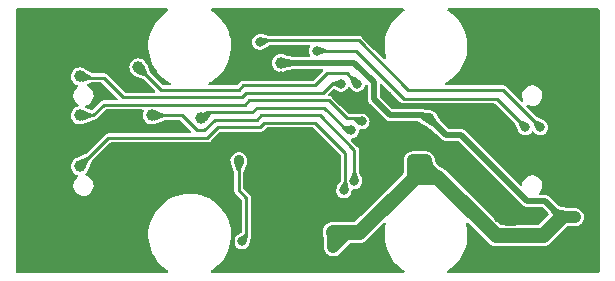
<source format=gbr>
%TF.GenerationSoftware,KiCad,Pcbnew,7.0.9-7.0.9~ubuntu22.04.1*%
%TF.CreationDate,2025-02-28T15:02:41+02:00*%
%TF.ProjectId,UEXT-3TO5V_Rev_A,55455854-2d33-4544-9f35-565f5265765f,A*%
%TF.SameCoordinates,PX68e7780PY76bb820*%
%TF.FileFunction,Copper,L2,Bot*%
%TF.FilePolarity,Positive*%
%FSLAX46Y46*%
G04 Gerber Fmt 4.6, Leading zero omitted, Abs format (unit mm)*
G04 Created by KiCad (PCBNEW 7.0.9-7.0.9~ubuntu22.04.1) date 2025-02-28 15:02:41*
%MOMM*%
%LPD*%
G01*
G04 APERTURE LIST*
%TA.AperFunction,ViaPad*%
%ADD10C,1.000000*%
%TD*%
%TA.AperFunction,ViaPad*%
%ADD11C,0.900000*%
%TD*%
%TA.AperFunction,ViaPad*%
%ADD12C,0.800000*%
%TD*%
%TA.AperFunction,Conductor*%
%ADD13C,0.508000*%
%TD*%
%TA.AperFunction,Conductor*%
%ADD14C,1.524000*%
%TD*%
%TA.AperFunction,Conductor*%
%ADD15C,1.270000*%
%TD*%
%TA.AperFunction,Conductor*%
%ADD16C,1.016000*%
%TD*%
%TA.AperFunction,Conductor*%
%ADD17C,0.254000*%
%TD*%
%TA.AperFunction,Conductor*%
%ADD18C,0.762000*%
%TD*%
G04 APERTURE END LIST*
D10*
%TO.N,GND*%
X42400000Y5069134D03*
X1633000Y4993000D03*
X23096000Y3977000D03*
X2776000Y4993000D03*
D11*
X32494000Y12613000D03*
D10*
X43670000Y19090000D03*
X40622000Y1945000D03*
X40114000Y20995000D03*
X27414000Y1183000D03*
X18778000Y1437000D03*
D11*
X31732000Y15280000D03*
D10*
X31732000Y22011000D03*
X9761000Y20995000D03*
X18778000Y6009000D03*
D11*
X36177000Y9819000D03*
D10*
X30322366Y6656634D03*
X21445000Y3977000D03*
X5824000Y18709000D03*
D11*
X27795000Y15153000D03*
D10*
X47861000Y20995000D03*
X30716000Y13248000D03*
D12*
X14333000Y10962000D03*
D10*
X41206134Y5069134D03*
D12*
X27414000Y9819000D03*
D10*
X17762000Y6771000D03*
D12*
X27414000Y8168000D03*
D10*
X2141000Y20995000D03*
X19667000Y11343000D03*
D11*
X36685000Y13375000D03*
D12*
X22715000Y16931000D03*
D10*
X4935000Y1945000D03*
X20937000Y11343000D03*
X47734000Y2072000D03*
X31605000Y1183000D03*
D11*
X37320000Y9819000D03*
D12*
X7602000Y15407000D03*
D10*
X9634000Y1945000D03*
X18905000Y4739000D03*
X18270000Y22011000D03*
D11*
%TO.N,+5V*%
X35034000Y9819000D03*
D10*
X22715000Y18074000D03*
X27160000Y3723000D03*
X27160000Y2453000D03*
X47607000Y4993000D03*
D11*
X35288000Y13375000D03*
X33891000Y9819000D03*
D10*
X46464000Y4993000D03*
D12*
%TO.N,/I2C_SCL_5V*%
X20937000Y19852000D03*
X44686000Y12613000D03*
%TO.N,/I2C_SDA_5V*%
X25763000Y19090000D03*
X43416000Y12613000D03*
D11*
%TO.N,Net-(U4-FB)*%
X19159000Y9819000D03*
D12*
X19413000Y2961000D03*
%TO.N,/UART_TX_3.3V*%
X28684000Y12359000D03*
D10*
X15984000Y13375000D03*
D12*
%TO.N,/MOSI_3.3V*%
X29573000Y13121000D03*
D10*
X5697000Y13629000D03*
%TO.N,/MISO_3.3V*%
X11793000Y13629000D03*
D12*
X28938000Y8041000D03*
D10*
%TO.N,/UART_RX_3.3V*%
X5697000Y9311000D03*
D12*
X28049000Y7279000D03*
D10*
%TO.N,/CS_3.3V*%
X5697000Y16931000D03*
D12*
X27795000Y16296000D03*
%TO.N,/SCK_3.3V*%
X29192000Y16296000D03*
D10*
X10650000Y17693000D03*
%TD*%
D13*
%TO.N,+5V*%
X35288000Y13375000D02*
X36685000Y11978000D01*
X45067000Y6390000D02*
X46464000Y4993000D01*
X36685000Y11978000D02*
X37955000Y11978000D01*
X37955000Y11978000D02*
X43543000Y6390000D01*
X43543000Y6390000D02*
X45067000Y6390000D01*
D14*
%TO.N,GND*%
X42400000Y5069134D02*
X41942866Y5069134D01*
X41942866Y5069134D02*
X40749000Y6263000D01*
X40749000Y6263000D02*
X40749000Y6644000D01*
X37574000Y9819000D02*
X37320000Y9819000D01*
X40749000Y6644000D02*
X37574000Y9819000D01*
D15*
%TO.N,+5V*%
X27160000Y3723000D02*
X28430000Y3723000D01*
X28430000Y3723000D02*
X29344400Y3723000D01*
D16*
X27160000Y2453000D02*
X28430000Y3723000D01*
D13*
%TO.N,GND*%
X31351000Y12613000D02*
X32494000Y12613000D01*
D14*
X16661800Y8760200D02*
X12131200Y8760200D01*
X29128500Y5755000D02*
X25128000Y5755000D01*
X22461000Y11343000D02*
X18016000Y11343000D01*
X18016000Y11343000D02*
X17127000Y10454000D01*
D13*
X30716000Y13248000D02*
X31351000Y12613000D01*
D14*
X8364000Y4993000D02*
X2776000Y4993000D01*
D13*
X27795000Y15153000D02*
X28684000Y14264000D01*
D14*
X17762000Y7660000D02*
X16661800Y8760200D01*
X12131200Y8760200D02*
X8364000Y4993000D01*
X25128000Y5755000D02*
X25128000Y8676000D01*
D15*
X18778000Y6009000D02*
X18016000Y6771000D01*
D17*
X18778000Y1437000D02*
X18676400Y1538600D01*
D14*
X32367000Y10581000D02*
X32367000Y8993500D01*
D13*
X44559000Y10073000D02*
X46972000Y10073000D01*
D16*
X17762000Y6771000D02*
X17762000Y7660000D01*
D13*
X36685000Y13375000D02*
X41257000Y13375000D01*
X29700000Y14264000D02*
X30716000Y13248000D01*
D14*
X35542000Y11343000D02*
X33129000Y11343000D01*
X37320000Y9819000D02*
X37066000Y9819000D01*
X25128000Y8676000D02*
X22461000Y11343000D01*
X33129000Y11343000D02*
X32367000Y10581000D01*
D17*
X18676400Y1538600D02*
X18676400Y4510400D01*
D13*
X32621000Y14391000D02*
X35669000Y14391000D01*
X28684000Y14264000D02*
X29700000Y14264000D01*
X31732000Y15280000D02*
X32621000Y14391000D01*
D14*
X32367000Y8993500D02*
X29128500Y5755000D01*
D13*
X41257000Y13375000D02*
X44559000Y10073000D01*
D14*
X37066000Y9819000D02*
X35542000Y11343000D01*
D13*
X35669000Y14391000D02*
X36685000Y13375000D01*
D17*
X18676400Y4510400D02*
X18905000Y4739000D01*
X18016000Y6771000D02*
X17762000Y6771000D01*
D16*
%TO.N,+5V*%
X27160000Y3723000D02*
X27160000Y2453000D01*
X46464000Y4993000D02*
X47607000Y4993000D01*
D18*
X35948400Y8584971D02*
X35948400Y8422000D01*
D16*
X33891000Y8574400D02*
X34043400Y8422000D01*
D15*
X40901400Y3469000D02*
X44940000Y3469000D01*
D16*
X34399000Y9819000D02*
X35018502Y9819000D01*
D13*
X30589000Y15026000D02*
X31986000Y13629000D01*
X31986000Y13629000D02*
X34780000Y13629000D01*
D15*
X44940000Y3469000D02*
X46464000Y4993000D01*
D18*
X35034000Y9499371D02*
X35948400Y8584971D01*
D13*
X35034000Y13375000D02*
X35288000Y13375000D01*
D16*
X33891000Y9819000D02*
X33891000Y8574400D01*
D15*
X35948400Y8422000D02*
X40901400Y3469000D01*
D18*
X34399000Y9819000D02*
X34399000Y9057000D01*
D16*
X33891000Y9819000D02*
X34399000Y9819000D01*
D18*
X35034000Y9819000D02*
X35034000Y9499371D01*
X34399000Y9057000D02*
X35034000Y8422000D01*
D13*
X28938000Y18074000D02*
X30589000Y16423000D01*
D18*
X35034000Y9819000D02*
X35034000Y8422000D01*
D15*
X29344400Y3723000D02*
X34043400Y8422000D01*
D13*
X30589000Y16423000D02*
X30589000Y15026000D01*
D16*
X35018502Y9819000D02*
X35026251Y9811251D01*
D15*
X35034000Y8422000D02*
X35948400Y8422000D01*
D13*
X22715000Y18074000D02*
X28938000Y18074000D01*
X34780000Y13629000D02*
X35034000Y13375000D01*
D15*
X34043400Y8422000D02*
X35034000Y8422000D01*
D17*
%TO.N,/I2C_SCL_5V*%
X20937000Y19852000D02*
X21064000Y19979000D01*
X41511000Y15788000D02*
X44686000Y12613000D01*
X33510000Y15788000D02*
X41511000Y15788000D01*
X21064000Y19979000D02*
X29319000Y19979000D01*
X29319000Y19979000D02*
X33510000Y15788000D01*
%TO.N,/I2C_SDA_5V*%
X29065000Y19090000D02*
X33129000Y15026000D01*
X33129000Y15026000D02*
X41003000Y15026000D01*
X41003000Y15026000D02*
X43416000Y12613000D01*
X25763000Y19090000D02*
X29065000Y19090000D01*
%TO.N,Net-(U4-FB)*%
X19159000Y7279000D02*
X19159000Y9819000D01*
X19794000Y3342000D02*
X19794000Y6644000D01*
X19413000Y2961000D02*
X19794000Y3342000D01*
X19794000Y6644000D02*
X19159000Y7279000D01*
%TO.N,/UART_TX_3.3V*%
X15984000Y13375000D02*
X16492000Y13883000D01*
X26398000Y14264000D02*
X28303000Y12359000D01*
X28303000Y12359000D02*
X28684000Y12359000D01*
X20683000Y14264000D02*
X26398000Y14264000D01*
X16492000Y13883000D02*
X20302000Y13883000D01*
X20302000Y13883000D02*
X20683000Y14264000D01*
%TO.N,/MOSI_3.3V*%
X29319000Y13375000D02*
X29573000Y13121000D01*
X28303000Y13375000D02*
X29319000Y13375000D01*
X19667000Y14518000D02*
X20048000Y14899000D01*
X7729000Y14518000D02*
X19667000Y14518000D01*
X6840000Y13629000D02*
X7729000Y14518000D01*
X5697000Y13629000D02*
X6840000Y13629000D01*
X26779000Y14899000D02*
X28303000Y13375000D01*
X20048000Y14899000D02*
X26779000Y14899000D01*
%TO.N,/MISO_3.3V*%
X17127000Y13248000D02*
X16238000Y12359000D01*
X16238000Y12359000D02*
X15603000Y12359000D01*
X20683000Y13248000D02*
X17127000Y13248000D01*
X28938000Y8041000D02*
X28938000Y10708000D01*
X14333000Y13629000D02*
X11793000Y13629000D01*
X28938000Y10708000D02*
X26017000Y13629000D01*
X26017000Y13629000D02*
X21064000Y13629000D01*
X21064000Y13629000D02*
X20683000Y13248000D01*
X15603000Y12359000D02*
X14333000Y13629000D01*
%TO.N,/UART_RX_3.3V*%
X25636000Y12994000D02*
X28176000Y10454000D01*
X20937000Y12613000D02*
X21318000Y12994000D01*
X28176000Y7406000D02*
X28049000Y7279000D01*
X16492000Y11724000D02*
X17381000Y12613000D01*
X21318000Y12994000D02*
X25636000Y12994000D01*
X17381000Y12613000D02*
X20937000Y12613000D01*
X28176000Y10454000D02*
X28176000Y7406000D01*
X8110000Y11724000D02*
X16492000Y11724000D01*
X5697000Y9311000D02*
X8110000Y11724000D01*
%TO.N,/CS_3.3V*%
X26271000Y15534000D02*
X27033000Y16296000D01*
X9380000Y15153000D02*
X19413000Y15153000D01*
X7729000Y16804000D02*
X9380000Y15153000D01*
X5824000Y16804000D02*
X7729000Y16804000D01*
X19413000Y15153000D02*
X19794000Y15534000D01*
X19794000Y15534000D02*
X26271000Y15534000D01*
X27033000Y16296000D02*
X27795000Y16296000D01*
X5697000Y16931000D02*
X5824000Y16804000D01*
%TO.N,/SCK_3.3V*%
X19540000Y16169000D02*
X25636000Y16169000D01*
X26652000Y17185000D02*
X28303000Y17185000D01*
X25636000Y16169000D02*
X26652000Y17185000D01*
X10650000Y17693000D02*
X12555000Y15788000D01*
X12555000Y15788000D02*
X19159000Y15788000D01*
X28303000Y17185000D02*
X29192000Y16296000D01*
X19159000Y15788000D02*
X19540000Y16169000D01*
%TD*%
%TA.AperFunction,Conductor*%
%TO.N,GND*%
G36*
X13133768Y22674698D02*
G01*
X13180261Y22621042D01*
X13190365Y22550768D01*
X13160871Y22486188D01*
X13135301Y22463704D01*
X13129936Y22460144D01*
X12909452Y22313881D01*
X12909445Y22313876D01*
X12622202Y22075732D01*
X12361883Y21808388D01*
X12131464Y21514900D01*
X11933543Y21198575D01*
X11770370Y20863014D01*
X11770369Y20863013D01*
X11643788Y20512008D01*
X11643786Y20512002D01*
X11555232Y20149532D01*
X11555228Y20149509D01*
X11505706Y19779696D01*
X11505705Y19779687D01*
X11495772Y19406690D01*
X11495772Y19406684D01*
X11525542Y19034741D01*
X11594683Y18668057D01*
X11594686Y18668048D01*
X11702399Y18310820D01*
X11702403Y18310811D01*
X11847484Y17967044D01*
X11847492Y17967027D01*
X11970720Y17744563D01*
X12028293Y17640626D01*
X12227836Y17356545D01*
X12242772Y17335282D01*
X12242777Y17335276D01*
X12488482Y17054474D01*
X12488484Y17054472D01*
X12760349Y16803500D01*
X12762655Y16801371D01*
X13062171Y16578849D01*
X13062172Y16578847D01*
X13062176Y16578845D01*
X13062177Y16578844D01*
X13358810Y16404055D01*
X13407344Y16352240D01*
X13420161Y16282410D01*
X13393191Y16216736D01*
X13334995Y16176069D01*
X13294843Y16169500D01*
X12765212Y16169500D01*
X12697091Y16189502D01*
X12676117Y16206405D01*
X11689620Y17192903D01*
X11662307Y17233778D01*
X11628776Y17314726D01*
X11356154Y17972864D01*
X11355085Y17974466D01*
X11340950Y18002809D01*
X11339543Y18006829D01*
X11334082Y18022437D01*
X11301683Y18074000D01*
X11243624Y18166401D01*
X11123402Y18286623D01*
X11123399Y18286625D01*
X10979439Y18377081D01*
X10979437Y18377082D01*
X10904115Y18403438D01*
X10818954Y18433237D01*
X10650000Y18452274D01*
X10481046Y18433237D01*
X10481043Y18433237D01*
X10481043Y18433236D01*
X10320562Y18377082D01*
X10320560Y18377081D01*
X10176600Y18286625D01*
X10176597Y18286623D01*
X10056377Y18166403D01*
X10056375Y18166400D01*
X9965919Y18022440D01*
X9965918Y18022438D01*
X9959050Y18002809D01*
X9909763Y17861954D01*
X9890726Y17693000D01*
X9909763Y17524046D01*
X9935959Y17449181D01*
X9965918Y17363563D01*
X9965919Y17363561D01*
X10056375Y17219601D01*
X10056377Y17219598D01*
X10176597Y17099378D01*
X10176600Y17099376D01*
X10320563Y17008918D01*
X10335530Y17003681D01*
X10340196Y17002048D01*
X10368578Y16987887D01*
X10369142Y16987510D01*
X10370135Y16986847D01*
X11109223Y16680693D01*
X11150097Y16653380D01*
X12053882Y15749595D01*
X12087908Y15687283D01*
X12082843Y15616468D01*
X12040296Y15559632D01*
X11973776Y15534821D01*
X11964787Y15534500D01*
X9590213Y15534500D01*
X9522092Y15554502D01*
X9501118Y15571405D01*
X8035980Y17036543D01*
X8019591Y17056724D01*
X8013560Y17065956D01*
X7985103Y17088105D01*
X7979245Y17093278D01*
X7976413Y17096110D01*
X7976402Y17096120D01*
X7957099Y17109901D01*
X7913086Y17144158D01*
X7906064Y17147958D01*
X7898872Y17151474D01*
X7898870Y17151475D01*
X7898867Y17151476D01*
X7845412Y17167391D01*
X7792664Y17185499D01*
X7792663Y17185500D01*
X7792661Y17185500D01*
X7792658Y17185500D01*
X7784748Y17186821D01*
X7776842Y17187806D01*
X7721116Y17185500D01*
X6785412Y17185500D01*
X6721412Y17202964D01*
X6086318Y17577457D01*
X6043802Y17604171D01*
X6026437Y17615082D01*
X6026436Y17615083D01*
X6026435Y17615083D01*
X6026430Y17615085D01*
X6014397Y17619296D01*
X6009002Y17621468D01*
X5998234Y17626395D01*
X5998232Y17626396D01*
X5992817Y17627484D01*
X5984419Y17629786D01*
X5865958Y17671236D01*
X5865956Y17671237D01*
X5865954Y17671237D01*
X5697000Y17690274D01*
X5528046Y17671237D01*
X5528043Y17671237D01*
X5528043Y17671236D01*
X5367562Y17615082D01*
X5367560Y17615081D01*
X5223600Y17524625D01*
X5223597Y17524623D01*
X5103377Y17404403D01*
X5103375Y17404400D01*
X5012919Y17260440D01*
X5012918Y17260438D01*
X4960244Y17109901D01*
X4956763Y17099954D01*
X4937726Y16931000D01*
X4956763Y16762046D01*
X4990127Y16666696D01*
X5012918Y16601563D01*
X5012919Y16601561D01*
X5103375Y16457601D01*
X5103377Y16457598D01*
X5223597Y16337378D01*
X5223600Y16337376D01*
X5367563Y16246918D01*
X5450851Y16217775D01*
X5508540Y16176399D01*
X5534703Y16110399D01*
X5521031Y16040731D01*
X5483521Y16000699D01*
X5485265Y15998405D01*
X5479825Y15994270D01*
X5344894Y15866457D01*
X5240587Y15712617D01*
X5171790Y15539951D01*
X5141722Y15356536D01*
X5141722Y15356535D01*
X5151783Y15170945D01*
X5151785Y15170934D01*
X5201505Y14991860D01*
X5201507Y14991855D01*
X5201508Y14991852D01*
X5288569Y14827638D01*
X5408895Y14685979D01*
X5545205Y14582359D01*
X5587331Y14525210D01*
X5591872Y14454359D01*
X5557388Y14392300D01*
X5510568Y14363122D01*
X5367562Y14313082D01*
X5367560Y14313081D01*
X5223600Y14222625D01*
X5223597Y14222623D01*
X5103377Y14102403D01*
X5103375Y14102400D01*
X5012919Y13958440D01*
X5012918Y13958438D01*
X4974416Y13848403D01*
X4956763Y13797954D01*
X4937726Y13629000D01*
X4956763Y13460046D01*
X4968187Y13427399D01*
X5012918Y13299563D01*
X5012919Y13299561D01*
X5103375Y13155601D01*
X5103377Y13155598D01*
X5223597Y13035378D01*
X5223600Y13035376D01*
X5367563Y12944918D01*
X5528046Y12888763D01*
X5697000Y12869726D01*
X5865954Y12888763D01*
X5972147Y12925922D01*
X5980672Y12928248D01*
X5987413Y12929590D01*
X5998433Y12931781D01*
X6600237Y13181044D01*
X6737531Y13237910D01*
X6785747Y13247500D01*
X6787366Y13247500D01*
X6813224Y13244819D01*
X6824017Y13242555D01*
X6859809Y13247017D01*
X6867600Y13247500D01*
X6871611Y13247500D01*
X6895005Y13251404D01*
X6902887Y13252387D01*
X6950360Y13258304D01*
X6950362Y13258306D01*
X6958011Y13260583D01*
X6965584Y13263182D01*
X6965586Y13263182D01*
X6994412Y13278782D01*
X7014641Y13289730D01*
X7020473Y13292581D01*
X7064746Y13314224D01*
X7064750Y13314229D01*
X7071266Y13318880D01*
X7077562Y13323780D01*
X7115341Y13364820D01*
X7850119Y14099596D01*
X7912431Y14133621D01*
X7939214Y14136500D01*
X10994141Y14136500D01*
X11062262Y14116498D01*
X11108755Y14062842D01*
X11118859Y13992568D01*
X11110566Y13965357D01*
X11111255Y13965116D01*
X11082075Y13881724D01*
X11052763Y13797954D01*
X11033726Y13629000D01*
X11052763Y13460046D01*
X11064187Y13427399D01*
X11108918Y13299563D01*
X11108919Y13299561D01*
X11199375Y13155601D01*
X11199377Y13155598D01*
X11319597Y13035378D01*
X11319600Y13035376D01*
X11463563Y12944918D01*
X11624046Y12888763D01*
X11793000Y12869726D01*
X11961954Y12888763D01*
X12068147Y12925922D01*
X12076672Y12928248D01*
X12083413Y12929590D01*
X12094433Y12931781D01*
X12696237Y13181044D01*
X12833531Y13237910D01*
X12881747Y13247500D01*
X14122788Y13247500D01*
X14190909Y13227498D01*
X14211883Y13210595D01*
X15101883Y12320595D01*
X15135909Y12258283D01*
X15130844Y12187468D01*
X15088297Y12130632D01*
X15021777Y12105821D01*
X15012788Y12105500D01*
X8162634Y12105500D01*
X8136775Y12108182D01*
X8125981Y12110446D01*
X8103787Y12107679D01*
X8090188Y12105984D01*
X8082400Y12105500D01*
X8078385Y12105500D01*
X8059674Y12102378D01*
X8054996Y12101597D01*
X8049974Y12100971D01*
X7999637Y12094697D01*
X7991985Y12092419D01*
X7984415Y12089820D01*
X7935362Y12063273D01*
X7885256Y12038778D01*
X7878743Y12034128D01*
X7872437Y12029220D01*
X7834657Y11988180D01*
X6197098Y10350623D01*
X6156223Y10323310D01*
X5417130Y10017152D01*
X5417127Y10017151D01*
X5415526Y10016081D01*
X5387196Y10001953D01*
X5367563Y9995083D01*
X5367560Y9995082D01*
X5223600Y9904625D01*
X5223597Y9904623D01*
X5103377Y9784403D01*
X5103375Y9784400D01*
X5012919Y9640440D01*
X5012918Y9640438D01*
X4977915Y9540403D01*
X4956763Y9479954D01*
X4937726Y9311000D01*
X4956763Y9142046D01*
X4996109Y9029601D01*
X5012918Y8981563D01*
X5012919Y8981561D01*
X5103375Y8837601D01*
X5103377Y8837598D01*
X5223597Y8717378D01*
X5223600Y8717376D01*
X5367563Y8626918D01*
X5450851Y8597775D01*
X5508540Y8556399D01*
X5534703Y8490399D01*
X5521031Y8420731D01*
X5483521Y8380699D01*
X5485265Y8378405D01*
X5479825Y8374270D01*
X5344894Y8246457D01*
X5240587Y8092617D01*
X5171790Y7919951D01*
X5141722Y7736536D01*
X5141722Y7736535D01*
X5151783Y7550945D01*
X5151785Y7550934D01*
X5201505Y7371860D01*
X5201507Y7371855D01*
X5201508Y7371852D01*
X5288569Y7207638D01*
X5408895Y7065979D01*
X5556861Y6953498D01*
X5556864Y6953496D01*
X5711479Y6881964D01*
X5725548Y6875455D01*
X5907067Y6835500D01*
X5907070Y6835500D01*
X6046324Y6835500D01*
X6046332Y6835500D01*
X6184775Y6850557D01*
X6360911Y6909904D01*
X6520171Y7005727D01*
X6655108Y7133546D01*
X6759413Y7287385D01*
X6828209Y7460049D01*
X6858278Y7643465D01*
X6848216Y7829058D01*
X6798492Y8008148D01*
X6711431Y8172362D01*
X6591105Y8314021D01*
X6443139Y8426502D01*
X6443138Y8426503D01*
X6443135Y8426505D01*
X6274453Y8504546D01*
X6239434Y8512254D01*
X6177206Y8546434D01*
X6143335Y8608830D01*
X6148576Y8679633D01*
X6177425Y8724402D01*
X6290624Y8837600D01*
X6381082Y8981563D01*
X6387953Y9001203D01*
X6402121Y9029592D01*
X6403154Y9031137D01*
X6709307Y9770227D01*
X6736614Y9811094D01*
X6744518Y9818998D01*
X18449326Y9818998D01*
X18469947Y9649165D01*
X18497630Y9576171D01*
X18503751Y9554220D01*
X18506284Y9540405D01*
X18768619Y8879185D01*
X18777500Y8832719D01*
X18777500Y7331634D01*
X18774818Y7305777D01*
X18772554Y7294984D01*
X18773502Y7287385D01*
X18777016Y7259191D01*
X18777500Y7251400D01*
X18777500Y7247385D01*
X18777499Y7247385D01*
X18781403Y7223997D01*
X18788303Y7168643D01*
X18790588Y7160968D01*
X18793180Y7153418D01*
X18793181Y7153415D01*
X18793182Y7153414D01*
X18819729Y7104359D01*
X18825903Y7091730D01*
X18844225Y7054252D01*
X18848868Y7047749D01*
X18853782Y7041435D01*
X18892568Y7005731D01*
X18894818Y7003660D01*
X19375596Y6522882D01*
X19409620Y6460571D01*
X19412500Y6433788D01*
X19412500Y3812386D01*
X19392498Y3744265D01*
X19356587Y3707678D01*
X19102554Y3537638D01*
X19096785Y3534207D01*
X19038475Y3503603D01*
X19038472Y3503600D01*
X19001206Y3470586D01*
X18995727Y3466250D01*
X18992395Y3463901D01*
X18992390Y3463897D01*
X18982283Y3456397D01*
X18975671Y3450975D01*
X18970850Y3446615D01*
X18957043Y3434128D01*
X18949904Y3425876D01*
X18944034Y3419936D01*
X18919502Y3398202D01*
X18919500Y3398200D01*
X18829215Y3267399D01*
X18829212Y3267393D01*
X18772849Y3118780D01*
X18753693Y2961004D01*
X18753693Y2960997D01*
X18772849Y2803221D01*
X18804832Y2718892D01*
X18829213Y2654605D01*
X18919502Y2523799D01*
X19038471Y2418401D01*
X19038472Y2418401D01*
X19038474Y2418399D01*
X19113200Y2379180D01*
X19179207Y2344537D01*
X19333529Y2306500D01*
X19333530Y2306500D01*
X19492470Y2306500D01*
X19492471Y2306500D01*
X19646793Y2344537D01*
X19787529Y2418401D01*
X19906498Y2523799D01*
X19996787Y2654605D01*
X20053149Y2803218D01*
X20065345Y2903669D01*
X20069765Y2921505D01*
X20068925Y2921732D01*
X20070540Y2927692D01*
X20070543Y2927699D01*
X20097119Y3085729D01*
X20121944Y3142223D01*
X20134158Y3157915D01*
X20134158Y3157918D01*
X20134160Y3157919D01*
X20137954Y3164931D01*
X20141471Y3172126D01*
X20141475Y3172130D01*
X20144026Y3180700D01*
X20157391Y3225590D01*
X20175499Y3278336D01*
X20176819Y3286251D01*
X20177805Y3294157D01*
X20175500Y3349884D01*
X20175500Y3547823D01*
X20175992Y3555683D01*
X20176856Y3562563D01*
X20176978Y3564033D01*
X20177468Y3569892D01*
X20178368Y3591492D01*
X20177921Y3593740D01*
X20175500Y3618320D01*
X20175500Y6591366D01*
X20178182Y6617226D01*
X20180445Y6628016D01*
X20175983Y6663810D01*
X20175500Y6671600D01*
X20175500Y6675606D01*
X20175500Y6675611D01*
X20171595Y6699007D01*
X20164696Y6754360D01*
X20164694Y6754365D01*
X20162414Y6762025D01*
X20159819Y6769585D01*
X20133276Y6818632D01*
X20108776Y6868748D01*
X20104147Y6875232D01*
X20099220Y6881562D01*
X20058192Y6919331D01*
X19577405Y7400119D01*
X19543379Y7462431D01*
X19540500Y7489214D01*
X19540500Y8832719D01*
X19549381Y8879185D01*
X19558188Y8901384D01*
X19811714Y9540403D01*
X19814468Y9555071D01*
X19820490Y9576493D01*
X19848052Y9649164D01*
X19857879Y9730092D01*
X19868674Y9818998D01*
X19868674Y9819003D01*
X19848052Y9988834D01*
X19848052Y9988836D01*
X19787385Y10148802D01*
X19754489Y10196460D01*
X19690200Y10289600D01*
X19690197Y10289603D01*
X19562146Y10403046D01*
X19562137Y10403053D01*
X19410658Y10482555D01*
X19410656Y10482556D01*
X19410654Y10482557D01*
X19410652Y10482558D01*
X19410651Y10482558D01*
X19244543Y10523500D01*
X19244542Y10523500D01*
X19073458Y10523500D01*
X19073456Y10523500D01*
X18907348Y10482558D01*
X18907341Y10482555D01*
X18755862Y10403053D01*
X18755853Y10403046D01*
X18627802Y10289603D01*
X18627799Y10289600D01*
X18530616Y10148805D01*
X18469947Y9988834D01*
X18449326Y9819003D01*
X18449326Y9818998D01*
X6744518Y9818998D01*
X8231119Y11305598D01*
X8293429Y11339621D01*
X8320212Y11342500D01*
X16439366Y11342500D01*
X16465224Y11339819D01*
X16476017Y11337555D01*
X16511809Y11342017D01*
X16519600Y11342500D01*
X16523611Y11342500D01*
X16547005Y11346404D01*
X16554887Y11347387D01*
X16602360Y11353304D01*
X16602362Y11353306D01*
X16610011Y11355583D01*
X16617584Y11358182D01*
X16617586Y11358182D01*
X16666641Y11384730D01*
X16716746Y11409224D01*
X16716750Y11409229D01*
X16723266Y11413880D01*
X16729562Y11418780D01*
X16767341Y11459820D01*
X17502119Y12194596D01*
X17564431Y12228621D01*
X17591214Y12231500D01*
X20884366Y12231500D01*
X20910224Y12228819D01*
X20921017Y12226555D01*
X20956809Y12231017D01*
X20964600Y12231500D01*
X20968611Y12231500D01*
X20992005Y12235404D01*
X20999887Y12236387D01*
X21047360Y12242304D01*
X21047362Y12242306D01*
X21055011Y12244583D01*
X21062584Y12247182D01*
X21062586Y12247182D01*
X21070471Y12251449D01*
X21111641Y12273730D01*
X21114793Y12275271D01*
X21161746Y12298224D01*
X21161750Y12298229D01*
X21168266Y12302880D01*
X21174562Y12307780D01*
X21212341Y12348820D01*
X21439118Y12575596D01*
X21501430Y12609621D01*
X21528213Y12612500D01*
X25425788Y12612500D01*
X25493909Y12592498D01*
X25514883Y12575595D01*
X27757595Y10332883D01*
X27791621Y10270571D01*
X27794500Y10243788D01*
X27794500Y8168081D01*
X27776808Y8103696D01*
X27491432Y7623635D01*
X27489125Y7620039D01*
X27465212Y7585395D01*
X27465211Y7585393D01*
X27460469Y7572891D01*
X27457884Y7567002D01*
X27453620Y7558494D01*
X27446081Y7542053D01*
X27446080Y7542052D01*
X27445073Y7537047D01*
X27439366Y7517246D01*
X27408851Y7436785D01*
X27408849Y7436778D01*
X27389693Y7279004D01*
X27389693Y7278997D01*
X27408849Y7121221D01*
X27465212Y6972608D01*
X27465215Y6972602D01*
X27469396Y6966545D01*
X27555502Y6841799D01*
X27674471Y6736401D01*
X27674472Y6736401D01*
X27674474Y6736399D01*
X27741295Y6701329D01*
X27815207Y6662537D01*
X27969529Y6624500D01*
X27969530Y6624500D01*
X28128470Y6624500D01*
X28128471Y6624500D01*
X28282793Y6662537D01*
X28423529Y6736401D01*
X28542498Y6841799D01*
X28632787Y6972605D01*
X28689149Y7121218D01*
X28689149Y7121219D01*
X28689150Y7121221D01*
X28708203Y7278138D01*
X28736270Y7343352D01*
X28795138Y7383038D01*
X28850650Y7384868D01*
X28850960Y7387419D01*
X28858528Y7386501D01*
X28858529Y7386500D01*
X28858530Y7386500D01*
X29017470Y7386500D01*
X29017471Y7386500D01*
X29171793Y7424537D01*
X29312529Y7498401D01*
X29431498Y7603799D01*
X29521787Y7734605D01*
X29578149Y7883218D01*
X29578149Y7883219D01*
X29578150Y7883221D01*
X29597307Y8040997D01*
X29597307Y8041004D01*
X29578150Y8198780D01*
X29555011Y8259791D01*
X29548481Y8284101D01*
X29546575Y8295734D01*
X29546574Y8295736D01*
X29546574Y8295739D01*
X29448845Y8556399D01*
X29327520Y8879994D01*
X29319500Y8924228D01*
X29319500Y10655366D01*
X29322182Y10681226D01*
X29324445Y10692016D01*
X29319983Y10727810D01*
X29319500Y10735600D01*
X29319500Y10739606D01*
X29319500Y10739611D01*
X29315595Y10763007D01*
X29308696Y10818360D01*
X29308694Y10818365D01*
X29306423Y10825993D01*
X29303818Y10833581D01*
X29303818Y10833586D01*
X29277270Y10882642D01*
X29252776Y10932746D01*
X29252773Y10932749D01*
X29252773Y10932750D01*
X29248127Y10939258D01*
X29243219Y10945564D01*
X29202180Y10983342D01*
X28694586Y11490936D01*
X28660563Y11553246D01*
X28665627Y11624061D01*
X28708174Y11680897D01*
X28756645Y11700347D01*
X28756071Y11702676D01*
X28763471Y11704500D01*
X28917793Y11742537D01*
X29058529Y11816401D01*
X29177498Y11921799D01*
X29267787Y12052605D01*
X29324149Y12201218D01*
X29324149Y12201219D01*
X29324150Y12201221D01*
X29335236Y12292532D01*
X29343202Y12358141D01*
X29371268Y12423352D01*
X29430136Y12463039D01*
X29485649Y12464862D01*
X29485960Y12467419D01*
X29493528Y12466501D01*
X29493529Y12466500D01*
X29493530Y12466500D01*
X29652470Y12466500D01*
X29652471Y12466500D01*
X29806793Y12504537D01*
X29947529Y12578401D01*
X30066498Y12683799D01*
X30156787Y12814605D01*
X30213149Y12963218D01*
X30213149Y12963219D01*
X30213150Y12963221D01*
X30232307Y13120997D01*
X30232307Y13121004D01*
X30213150Y13278780D01*
X30192978Y13331967D01*
X30156787Y13427395D01*
X30066498Y13558201D01*
X29947529Y13663599D01*
X29947528Y13663600D01*
X29947525Y13663602D01*
X29806797Y13737461D01*
X29806795Y13737462D01*
X29806793Y13737463D01*
X29806791Y13737464D01*
X29806790Y13737464D01*
X29652472Y13775500D01*
X29652471Y13775500D01*
X29591487Y13775500D01*
X29570258Y13777301D01*
X29553994Y13780081D01*
X29553993Y13780081D01*
X29384704Y13775500D01*
X28875245Y13761714D01*
X28870787Y13760733D01*
X28864953Y13759448D01*
X28837860Y13756500D01*
X28513212Y13756500D01*
X28445091Y13776502D01*
X28424117Y13793405D01*
X27763163Y14454359D01*
X27085980Y15131543D01*
X27069591Y15151724D01*
X27063560Y15160956D01*
X27035103Y15183105D01*
X27029245Y15188278D01*
X27026413Y15191110D01*
X27026402Y15191120D01*
X27007099Y15204901D01*
X26963086Y15239158D01*
X26956064Y15242958D01*
X26948872Y15246474D01*
X26948870Y15246475D01*
X26948867Y15246476D01*
X26895412Y15262391D01*
X26842656Y15280502D01*
X26839307Y15281061D01*
X26835116Y15283091D01*
X26832787Y15283890D01*
X26832883Y15284172D01*
X26775409Y15312005D01*
X26738385Y15372584D01*
X26739989Y15443562D01*
X26770955Y15494434D01*
X27084252Y15807731D01*
X27146562Y15841755D01*
X27217377Y15836690D01*
X27226292Y15832970D01*
X27406308Y15749595D01*
X27524267Y15694962D01*
X27527155Y15693696D01*
X27531655Y15691776D01*
X27531758Y15691732D01*
X27531765Y15691731D01*
X27535870Y15690459D01*
X27557151Y15681666D01*
X27561207Y15679537D01*
X27715529Y15641500D01*
X27715530Y15641500D01*
X27874470Y15641500D01*
X27874471Y15641500D01*
X28028793Y15679537D01*
X28169529Y15753401D01*
X28288498Y15858799D01*
X28378787Y15989605D01*
X28378790Y15989615D01*
X28381932Y15995599D01*
X28431300Y16046621D01*
X28500416Y16062854D01*
X28567337Y16039143D01*
X28605068Y15995599D01*
X28608211Y15989608D01*
X28608213Y15989605D01*
X28698502Y15858799D01*
X28817471Y15753401D01*
X28817472Y15753401D01*
X28817474Y15753399D01*
X28892200Y15714180D01*
X28958207Y15679537D01*
X29112529Y15641500D01*
X29112530Y15641500D01*
X29271470Y15641500D01*
X29271471Y15641500D01*
X29425793Y15679537D01*
X29566529Y15753401D01*
X29685498Y15858799D01*
X29775787Y15989605D01*
X29832149Y16138218D01*
X29832149Y16138225D01*
X29832161Y16138267D01*
X29832179Y16138300D01*
X29834852Y16145345D01*
X29836023Y16144901D01*
X29867884Y16199621D01*
X29931107Y16231922D01*
X30001757Y16224915D01*
X30057403Y16180824D01*
X30080378Y16113648D01*
X30080500Y16108113D01*
X30080500Y15094217D01*
X30077622Y15067438D01*
X30076580Y15062649D01*
X30080339Y15010084D01*
X30080500Y15005588D01*
X30080500Y14989630D01*
X30082769Y14973840D01*
X30083249Y14969373D01*
X30087010Y14916801D01*
X30087011Y14916796D01*
X30088726Y14912199D01*
X30095381Y14886124D01*
X30096078Y14881276D01*
X30096082Y14881262D01*
X30117969Y14833335D01*
X30119690Y14829181D01*
X30138110Y14779798D01*
X30138112Y14779794D01*
X30141048Y14775872D01*
X30154788Y14752714D01*
X30156822Y14748260D01*
X30156824Y14748257D01*
X30191329Y14708436D01*
X30194152Y14704933D01*
X30203717Y14692155D01*
X30203719Y14692153D01*
X30203720Y14692152D01*
X30215012Y14680860D01*
X30218065Y14677582D01*
X30252579Y14637750D01*
X30252580Y14637749D01*
X30256691Y14635107D01*
X30277671Y14618201D01*
X31578199Y13317673D01*
X31595101Y13296700D01*
X31597748Y13292581D01*
X31597750Y13292578D01*
X31630355Y13264327D01*
X31637305Y13258304D01*
X31637570Y13258075D01*
X31640850Y13255022D01*
X31652152Y13243720D01*
X31659176Y13238462D01*
X31664932Y13234153D01*
X31668435Y13231329D01*
X31704614Y13199980D01*
X31708257Y13196824D01*
X31710602Y13195754D01*
X31712708Y13194791D01*
X31735877Y13181044D01*
X31739793Y13178113D01*
X31739796Y13178111D01*
X31789171Y13159696D01*
X31793311Y13157982D01*
X31841266Y13136081D01*
X31846107Y13135386D01*
X31872216Y13128722D01*
X31876799Y13127012D01*
X31902950Y13125142D01*
X31929366Y13123252D01*
X31933827Y13122773D01*
X31949632Y13120500D01*
X31965592Y13120500D01*
X31970088Y13120339D01*
X31987468Y13119097D01*
X32022648Y13116580D01*
X32025620Y13117227D01*
X32027435Y13117621D01*
X32054215Y13120500D01*
X34338488Y13120500D01*
X34405806Y13101009D01*
X34847582Y12821788D01*
X34863819Y12809590D01*
X34884856Y12790952D01*
X34884857Y12790952D01*
X34884859Y12790950D01*
X34923286Y12770782D01*
X34950492Y12756503D01*
X34954874Y12753974D01*
X34970055Y12744379D01*
X34972709Y12742854D01*
X34979472Y12738295D01*
X34979527Y12738381D01*
X34984745Y12735060D01*
X34984747Y12735059D01*
X35589219Y12350411D01*
X35610666Y12333206D01*
X36277199Y11666673D01*
X36294101Y11645700D01*
X36296748Y11641581D01*
X36296750Y11641578D01*
X36336570Y11607075D01*
X36339850Y11604022D01*
X36351152Y11592720D01*
X36358176Y11587462D01*
X36363932Y11583153D01*
X36367435Y11580329D01*
X36403614Y11548980D01*
X36407257Y11545824D01*
X36409602Y11544754D01*
X36411708Y11543791D01*
X36434877Y11530044D01*
X36438793Y11527113D01*
X36438796Y11527111D01*
X36488171Y11508696D01*
X36492311Y11506982D01*
X36540266Y11485081D01*
X36545107Y11484386D01*
X36571216Y11477722D01*
X36575799Y11476012D01*
X36601950Y11474142D01*
X36628366Y11472252D01*
X36632827Y11471773D01*
X36648632Y11469500D01*
X36664592Y11469500D01*
X36669088Y11469339D01*
X36686468Y11468097D01*
X36721648Y11465580D01*
X36724620Y11466227D01*
X36726435Y11466621D01*
X36753215Y11469500D01*
X37692182Y11469500D01*
X37760303Y11449498D01*
X37781277Y11432595D01*
X43135199Y6078673D01*
X43152101Y6057700D01*
X43154748Y6053581D01*
X43154750Y6053579D01*
X43194587Y6019060D01*
X43197849Y6016023D01*
X43209149Y6004723D01*
X43209159Y6004714D01*
X43221925Y5995158D01*
X43225427Y5992336D01*
X43252324Y5969030D01*
X43265257Y5957824D01*
X43269716Y5955788D01*
X43292872Y5942049D01*
X43296796Y5939112D01*
X43346176Y5920695D01*
X43350313Y5918981D01*
X43398266Y5897081D01*
X43403107Y5896386D01*
X43429216Y5889722D01*
X43433799Y5888012D01*
X43459482Y5886175D01*
X43486366Y5884252D01*
X43490827Y5883773D01*
X43506632Y5881500D01*
X43522592Y5881500D01*
X43527088Y5881339D01*
X43544468Y5880097D01*
X43579648Y5877580D01*
X43582620Y5878227D01*
X43584435Y5878621D01*
X43611215Y5881500D01*
X44804182Y5881500D01*
X44872303Y5861498D01*
X44893277Y5844595D01*
X45349095Y5388777D01*
X45368477Y5363781D01*
X45396166Y5316922D01*
X45413600Y5248099D01*
X45391059Y5180776D01*
X45376785Y5163728D01*
X44608460Y4395404D01*
X44546150Y4361380D01*
X44519367Y4358500D01*
X41322033Y4358500D01*
X41253912Y4378502D01*
X41232938Y4395405D01*
X36633888Y8994455D01*
X36621046Y9009491D01*
X36613069Y9020470D01*
X36562112Y9066353D01*
X36559720Y9068623D01*
X36544412Y9083932D01*
X36544406Y9083937D01*
X36527568Y9097573D01*
X36525060Y9099715D01*
X36502508Y9120020D01*
X36474115Y9145585D01*
X36462361Y9152371D01*
X36446067Y9163570D01*
X36435523Y9172109D01*
X36374450Y9203226D01*
X36371567Y9204791D01*
X36312185Y9239075D01*
X36299272Y9243271D01*
X36281013Y9250835D01*
X36268924Y9256994D01*
X36268921Y9256995D01*
X36202712Y9274736D01*
X36199548Y9275673D01*
X36164444Y9287080D01*
X36114288Y9317817D01*
X35971271Y9460834D01*
X35947612Y9493693D01*
X35946162Y9496600D01*
X35918126Y9545870D01*
X35918125Y9545873D01*
X35915132Y9550005D01*
X35912754Y9552936D01*
X35909829Y9556841D01*
X35856735Y9633762D01*
X35842620Y9660655D01*
X35821711Y9715784D01*
X35814441Y9745278D01*
X35810910Y9774364D01*
X35809684Y9784465D01*
X35802554Y9821013D01*
X35802553Y9821017D01*
X35802552Y9821023D01*
X35801677Y9824254D01*
X35796399Y9839360D01*
X35792001Y9851948D01*
X35785427Y9882530D01*
X35783187Y9908134D01*
X35778082Y9966491D01*
X35722016Y10135691D01*
X35694550Y10180220D01*
X35686096Y10196460D01*
X35683344Y10202840D01*
X35683342Y10202845D01*
X35668963Y10222158D01*
X35665879Y10226702D01*
X35628443Y10287396D01*
X35628439Y10287401D01*
X35619862Y10295978D01*
X35603438Y10312402D01*
X35591472Y10326248D01*
X35590519Y10327528D01*
X35576900Y10345822D01*
X35576898Y10345824D01*
X35536232Y10379948D01*
X35532178Y10383662D01*
X35526273Y10389568D01*
X35500121Y10410247D01*
X35440357Y10460395D01*
X35434230Y10464424D01*
X35434263Y10464476D01*
X35427805Y10468590D01*
X35427774Y10468539D01*
X35421524Y10472394D01*
X35364960Y10498770D01*
X35350796Y10505375D01*
X35343544Y10509017D01*
X35281074Y10540392D01*
X35274173Y10542903D01*
X35274193Y10542961D01*
X35266961Y10545475D01*
X35266942Y10545417D01*
X35259978Y10547725D01*
X35183567Y10563502D01*
X35107622Y10581501D01*
X35100335Y10582352D01*
X35100342Y10582413D01*
X35092728Y10583191D01*
X35092723Y10583129D01*
X35085411Y10583769D01*
X35007426Y10581500D01*
X33915023Y10581500D01*
X33911359Y10581607D01*
X33846365Y10585393D01*
X33782255Y10574089D01*
X33778630Y10573558D01*
X33713956Y10565998D01*
X33713954Y10565998D01*
X33703248Y10562101D01*
X33682044Y10556419D01*
X33670825Y10554441D01*
X33670823Y10554440D01*
X33611057Y10528660D01*
X33607652Y10527307D01*
X33546463Y10505036D01*
X33546459Y10505034D01*
X33536935Y10498770D01*
X33517619Y10488355D01*
X33507161Y10483844D01*
X33507153Y10483839D01*
X33454925Y10444959D01*
X33451926Y10442859D01*
X33397538Y10407086D01*
X33397537Y10407086D01*
X33389716Y10398796D01*
X33373323Y10384207D01*
X33364179Y10377399D01*
X33364177Y10377397D01*
X33322331Y10327528D01*
X33319896Y10324792D01*
X33275214Y10277431D01*
X33275212Y10277428D01*
X33269514Y10267559D01*
X33256927Y10249583D01*
X33249608Y10240860D01*
X33249601Y10240849D01*
X33220382Y10182671D01*
X33218644Y10179448D01*
X33186094Y10123068D01*
X33186091Y10123061D01*
X33182826Y10112155D01*
X33174722Y10091754D01*
X33169605Y10081565D01*
X33169604Y10081561D01*
X33154589Y10018209D01*
X33153641Y10014670D01*
X33134972Y9952313D01*
X33134970Y9952299D01*
X33134307Y9940924D01*
X33131127Y9919216D01*
X33128501Y9908134D01*
X33128500Y9908121D01*
X33128500Y9843024D01*
X33128393Y9839360D01*
X33124607Y9774368D01*
X33124608Y9774364D01*
X33126586Y9763147D01*
X33128500Y9741267D01*
X33128500Y8817233D01*
X33108498Y8749112D01*
X33091595Y8728138D01*
X29012862Y4649405D01*
X28950550Y4615379D01*
X28923767Y4612500D01*
X27113376Y4612500D01*
X27039203Y4604704D01*
X26974044Y4597855D01*
X26974042Y4597855D01*
X26974038Y4597854D01*
X26796220Y4540078D01*
X26796208Y4540072D01*
X26634290Y4446590D01*
X26634284Y4446586D01*
X26495332Y4321473D01*
X26385429Y4170205D01*
X26309375Y3999386D01*
X26302122Y3965260D01*
X26270500Y3816490D01*
X26270500Y3629510D01*
X26309375Y3446615D01*
X26385427Y3275800D01*
X26385428Y3275798D01*
X26386607Y3273151D01*
X26397500Y3221902D01*
X26397500Y2543771D01*
X26395809Y2527227D01*
X26395871Y2527221D01*
X26395231Y2519910D01*
X26397500Y2441925D01*
X26397500Y2408586D01*
X26398471Y2400275D01*
X26398870Y2394797D01*
X26400415Y2341739D01*
X26400416Y2341734D01*
X26406727Y2318179D01*
X26410168Y2300200D01*
X26413001Y2275962D01*
X26413003Y2275955D01*
X26431160Y2226066D01*
X26432813Y2220823D01*
X26446549Y2169560D01*
X26458125Y2148092D01*
X26465621Y2131388D01*
X26473965Y2108462D01*
X26473966Y2108461D01*
X26503135Y2064111D01*
X26505944Y2059405D01*
X26531144Y2012670D01*
X26531145Y2012668D01*
X26531148Y2012664D01*
X26547366Y1994440D01*
X26558512Y1979915D01*
X26571913Y1959539D01*
X26610519Y1923117D01*
X26614349Y1919174D01*
X26649637Y1879521D01*
X26649638Y1879520D01*
X26649642Y1879516D01*
X26669629Y1865521D01*
X26683819Y1853961D01*
X26701567Y1837217D01*
X26747540Y1810676D01*
X26752171Y1807725D01*
X26795653Y1777277D01*
X26795657Y1777276D01*
X26795658Y1777275D01*
X26818328Y1768268D01*
X26834805Y1760291D01*
X26855925Y1748098D01*
X26855931Y1748095D01*
X26855933Y1748094D01*
X26887702Y1738583D01*
X26906788Y1732869D01*
X26911972Y1731067D01*
X26945349Y1717808D01*
X26956632Y1713325D01*
X26961307Y1711468D01*
X26985444Y1707933D01*
X27003313Y1703972D01*
X27026692Y1696972D01*
X27079694Y1693886D01*
X27085143Y1693329D01*
X27137672Y1685634D01*
X27161979Y1687762D01*
X27180283Y1688027D01*
X27182828Y1687879D01*
X27204628Y1686608D01*
X27204630Y1686609D01*
X27204637Y1686608D01*
X27256912Y1695826D01*
X27262353Y1696543D01*
X27315240Y1701169D01*
X27338410Y1708847D01*
X27356140Y1713323D01*
X27380176Y1717560D01*
X27428919Y1738587D01*
X27434033Y1740534D01*
X27484440Y1757235D01*
X27505200Y1770041D01*
X27521446Y1778498D01*
X27531571Y1782866D01*
X27543845Y1788160D01*
X27586422Y1819858D01*
X27590969Y1822944D01*
X27614111Y1837219D01*
X27636149Y1850812D01*
X27653393Y1868057D01*
X27667246Y1880029D01*
X27686822Y1894602D01*
X27720958Y1935285D01*
X27724650Y1939314D01*
X28581934Y2796596D01*
X28644246Y2830621D01*
X28671029Y2833500D01*
X29264475Y2833500D01*
X29284185Y2831950D01*
X29297590Y2829826D01*
X29366071Y2833415D01*
X29369344Y2833500D01*
X29391012Y2833500D01*
X29391020Y2833500D01*
X29412627Y2835772D01*
X29415809Y2836022D01*
X29484315Y2839611D01*
X29497420Y2843124D01*
X29516871Y2846728D01*
X29530356Y2848145D01*
X29530358Y2848146D01*
X29530360Y2848146D01*
X29595542Y2869326D01*
X29598691Y2870260D01*
X29664924Y2888006D01*
X29677013Y2894167D01*
X29695277Y2901732D01*
X29708185Y2905925D01*
X29708188Y2905927D01*
X29708189Y2905927D01*
X29730614Y2918875D01*
X29767585Y2940221D01*
X29770438Y2941769D01*
X29831525Y2972893D01*
X29842071Y2981435D01*
X29858359Y2992629D01*
X29870115Y2999415D01*
X29870118Y2999419D01*
X29870120Y2999419D01*
X29921053Y3045280D01*
X29923562Y3047423D01*
X29926623Y3049903D01*
X29940406Y3061063D01*
X29955745Y3076403D01*
X29958101Y3078640D01*
X30009069Y3124530D01*
X30017054Y3135522D01*
X30029883Y3150542D01*
X31407061Y4527720D01*
X31469371Y4561744D01*
X31540186Y4556679D01*
X31597022Y4514132D01*
X31621833Y4447612D01*
X31618554Y4408720D01*
X31555233Y4149532D01*
X31555228Y4149509D01*
X31505706Y3779696D01*
X31505705Y3779687D01*
X31495772Y3406690D01*
X31495772Y3406684D01*
X31525542Y3034741D01*
X31594683Y2668057D01*
X31594686Y2668048D01*
X31702399Y2310820D01*
X31702403Y2310811D01*
X31847484Y1967044D01*
X31847492Y1967027D01*
X31946571Y1788160D01*
X32028293Y1640626D01*
X32137536Y1485101D01*
X32242772Y1335282D01*
X32242777Y1335276D01*
X32488482Y1054474D01*
X32488484Y1054472D01*
X32762655Y801371D01*
X33062171Y578849D01*
X33062172Y578847D01*
X33062176Y578845D01*
X33062177Y578844D01*
X33128345Y539855D01*
X33176879Y488040D01*
X33189696Y418210D01*
X33162726Y352536D01*
X33104530Y311869D01*
X33064378Y305300D01*
X16934353Y305300D01*
X16866232Y325302D01*
X16819739Y378958D01*
X16809635Y449232D01*
X16839129Y513812D01*
X16864698Y536297D01*
X17090547Y686119D01*
X17377801Y924272D01*
X17638114Y1191609D01*
X17868535Y1485101D01*
X18066455Y1801422D01*
X18229631Y2136989D01*
X18356213Y2487999D01*
X18444769Y2850476D01*
X18494294Y3220312D01*
X18500436Y3450972D01*
X18504227Y3593311D01*
X18504227Y3593317D01*
X18474457Y3965260D01*
X18466408Y4007945D01*
X18405317Y4331941D01*
X18351022Y4512008D01*
X18297600Y4689181D01*
X18297596Y4689190D01*
X18152515Y5032957D01*
X18152511Y5032967D01*
X17971707Y5359374D01*
X17757232Y5664713D01*
X17757227Y5664719D01*
X17757222Y5664725D01*
X17511517Y5945527D01*
X17511515Y5945529D01*
X17237344Y6198630D01*
X16937828Y6421152D01*
X16937827Y6421154D01*
X16626785Y6604433D01*
X16616345Y6610585D01*
X16276554Y6764770D01*
X15922298Y6881964D01*
X15922297Y6881965D01*
X15922288Y6881967D01*
X15557585Y6960841D01*
X15186581Y7000501D01*
X15186569Y7000501D01*
X14906787Y7000501D01*
X14906781Y7000501D01*
X14627403Y6985612D01*
X14627385Y6985610D01*
X14259000Y6926257D01*
X13899012Y6828084D01*
X13899009Y6828083D01*
X13551514Y6692209D01*
X13551507Y6692207D01*
X13551497Y6692202D01*
X13551488Y6692198D01*
X13551485Y6692196D01*
X13220399Y6520155D01*
X13220396Y6520153D01*
X12909452Y6313881D01*
X12909445Y6313876D01*
X12622202Y6075732D01*
X12361883Y5808388D01*
X12131464Y5514900D01*
X11933543Y5198575D01*
X11770370Y4863014D01*
X11770369Y4863013D01*
X11643788Y4512008D01*
X11643786Y4512002D01*
X11555232Y4149532D01*
X11555228Y4149509D01*
X11505706Y3779696D01*
X11505705Y3779687D01*
X11495772Y3406690D01*
X11495772Y3406684D01*
X11525542Y3034741D01*
X11594683Y2668057D01*
X11594686Y2668048D01*
X11702399Y2310820D01*
X11702403Y2310811D01*
X11847484Y1967044D01*
X11847492Y1967027D01*
X11946571Y1788160D01*
X12028293Y1640626D01*
X12137536Y1485101D01*
X12242772Y1335282D01*
X12242777Y1335276D01*
X12488482Y1054474D01*
X12488484Y1054472D01*
X12762655Y801371D01*
X13062171Y578849D01*
X13062172Y578847D01*
X13062176Y578845D01*
X13062177Y578844D01*
X13128345Y539855D01*
X13176879Y488040D01*
X13189696Y418210D01*
X13162726Y352536D01*
X13104530Y311869D01*
X13064378Y305300D01*
X431300Y305300D01*
X363179Y325302D01*
X316686Y378958D01*
X305300Y431300D01*
X305300Y22568700D01*
X325302Y22636821D01*
X378958Y22683314D01*
X431300Y22694700D01*
X13065647Y22694700D01*
X13133768Y22674698D01*
G37*
%TD.AperFunction*%
%TA.AperFunction,Conductor*%
G36*
X49636821Y22674698D02*
G01*
X49683314Y22621042D01*
X49694700Y22568700D01*
X49694700Y431300D01*
X49674698Y363179D01*
X49621042Y316686D01*
X49568700Y305300D01*
X36934353Y305300D01*
X36866232Y325302D01*
X36819739Y378958D01*
X36809635Y449232D01*
X36839129Y513812D01*
X36864698Y536297D01*
X37090547Y686119D01*
X37377801Y924272D01*
X37638114Y1191609D01*
X37868535Y1485101D01*
X38066455Y1801422D01*
X38229631Y2136989D01*
X38356213Y2487999D01*
X38444769Y2850476D01*
X38494294Y3220312D01*
X38500436Y3450972D01*
X38504227Y3593311D01*
X38504227Y3593317D01*
X38474457Y3965260D01*
X38466408Y4007945D01*
X38405317Y4331941D01*
X38388050Y4389207D01*
X38387534Y4460201D01*
X38425483Y4520205D01*
X38489848Y4550166D01*
X38560194Y4540573D01*
X38597780Y4514677D01*
X40215909Y2896548D01*
X40228748Y2881517D01*
X40236732Y2870528D01*
X40258985Y2850492D01*
X40287697Y2824640D01*
X40290052Y2822405D01*
X40305394Y2807063D01*
X40322238Y2793423D01*
X40322243Y2793419D01*
X40324727Y2791298D01*
X40375685Y2745415D01*
X40385251Y2739893D01*
X40387434Y2738632D01*
X40403733Y2727430D01*
X40414272Y2718895D01*
X40414277Y2718892D01*
X40475339Y2687780D01*
X40478238Y2686206D01*
X40509670Y2668059D01*
X40537615Y2651925D01*
X40550526Y2647730D01*
X40568779Y2640170D01*
X40580876Y2634006D01*
X40647107Y2616260D01*
X40650228Y2615336D01*
X40715444Y2594145D01*
X40728930Y2592728D01*
X40748369Y2589126D01*
X40761485Y2585611D01*
X40761491Y2585611D01*
X40761494Y2585610D01*
X40800573Y2583564D01*
X40829954Y2582024D01*
X40833215Y2581768D01*
X40854780Y2579500D01*
X40876456Y2579500D01*
X40879728Y2579415D01*
X40939009Y2576309D01*
X40948208Y2575826D01*
X40948208Y2575827D01*
X40948210Y2575826D01*
X40961614Y2577950D01*
X40981325Y2579500D01*
X44860075Y2579500D01*
X44879785Y2577950D01*
X44893190Y2575826D01*
X44961671Y2579415D01*
X44964944Y2579500D01*
X44986612Y2579500D01*
X44986620Y2579500D01*
X45008227Y2581772D01*
X45011409Y2582022D01*
X45079915Y2585611D01*
X45093020Y2589124D01*
X45112471Y2592728D01*
X45125956Y2594145D01*
X45125958Y2594146D01*
X45125960Y2594146D01*
X45191142Y2615326D01*
X45194291Y2616260D01*
X45260524Y2634006D01*
X45272613Y2640167D01*
X45290877Y2647732D01*
X45303785Y2651925D01*
X45303788Y2651927D01*
X45303789Y2651927D01*
X45312850Y2657160D01*
X45363185Y2686221D01*
X45366038Y2687769D01*
X45366060Y2687780D01*
X45427125Y2718893D01*
X45437671Y2727435D01*
X45453959Y2738629D01*
X45465715Y2745415D01*
X45465718Y2745419D01*
X45465720Y2745419D01*
X45516653Y2791280D01*
X45519162Y2793423D01*
X45523080Y2796596D01*
X45536006Y2807063D01*
X45551345Y2822403D01*
X45553701Y2824640D01*
X45604669Y2870530D01*
X45612654Y2881522D01*
X45625483Y2896542D01*
X46922537Y4193595D01*
X46984849Y4227621D01*
X47011632Y4230500D01*
X47651415Y4230500D01*
X47750884Y4242127D01*
X47784042Y4246002D01*
X47951539Y4306966D01*
X47973596Y4321473D01*
X48100457Y4404911D01*
X48100458Y4404913D01*
X48100462Y4404915D01*
X48222783Y4534567D01*
X48311906Y4688933D01*
X48363028Y4859692D01*
X48373392Y5037637D01*
X48342440Y5213176D01*
X48342438Y5213181D01*
X48342438Y5213182D01*
X48271843Y5376840D01*
X48271842Y5376841D01*
X48271841Y5376842D01*
X48271840Y5376845D01*
X48165398Y5519822D01*
X48165395Y5519825D01*
X48165394Y5519826D01*
X48098907Y5575614D01*
X48028853Y5634396D01*
X48028850Y5634398D01*
X48028848Y5634399D01*
X47869572Y5714392D01*
X47869566Y5714394D01*
X47696123Y5755500D01*
X47696121Y5755500D01*
X46960368Y5755500D01*
X46892247Y5775502D01*
X46891744Y5775827D01*
X46870047Y5789917D01*
X46695489Y5856924D01*
X46510804Y5886175D01*
X46479742Y5884547D01*
X46410668Y5900957D01*
X46409050Y5901897D01*
X46093215Y6088526D01*
X46068220Y6107908D01*
X45474799Y6701329D01*
X45457893Y6722309D01*
X45455251Y6726420D01*
X45443735Y6736399D01*
X45415418Y6760935D01*
X45412140Y6763988D01*
X45400848Y6775280D01*
X45400847Y6775281D01*
X45400845Y6775283D01*
X45388067Y6784848D01*
X45384564Y6787671D01*
X45344743Y6822176D01*
X45344740Y6822178D01*
X45340286Y6824212D01*
X45317128Y6837952D01*
X45313206Y6840888D01*
X45313202Y6840890D01*
X45263819Y6859310D01*
X45259665Y6861031D01*
X45211738Y6882918D01*
X45211724Y6882922D01*
X45206876Y6883619D01*
X45180801Y6890274D01*
X45176204Y6891989D01*
X45176199Y6891990D01*
X45123627Y6895751D01*
X45119160Y6896231D01*
X45103370Y6898500D01*
X45103368Y6898500D01*
X45087413Y6898500D01*
X45082917Y6898661D01*
X45030352Y6902421D01*
X45030351Y6902420D01*
X45025566Y6901379D01*
X44998784Y6898500D01*
X44723209Y6898500D01*
X44655088Y6918502D01*
X44608595Y6972158D01*
X44598491Y7042432D01*
X44627985Y7107012D01*
X44636559Y7115975D01*
X44643202Y7122269D01*
X44655108Y7133546D01*
X44759413Y7287385D01*
X44828209Y7460049D01*
X44858278Y7643465D01*
X44848216Y7829058D01*
X44798492Y8008148D01*
X44711431Y8172362D01*
X44591105Y8314021D01*
X44443139Y8426502D01*
X44443138Y8426503D01*
X44443135Y8426505D01*
X44274451Y8504546D01*
X44092939Y8544499D01*
X44092936Y8544500D01*
X44092933Y8544500D01*
X43953668Y8544500D01*
X43953660Y8544500D01*
X43815225Y8529444D01*
X43815224Y8529444D01*
X43639091Y8470098D01*
X43639090Y8470097D01*
X43479827Y8374272D01*
X43479825Y8374270D01*
X43344894Y8246457D01*
X43240587Y8092617D01*
X43171790Y7919951D01*
X43149611Y7784662D01*
X43118852Y7720675D01*
X43058381Y7683475D01*
X42987398Y7684874D01*
X42936176Y7715952D01*
X38362799Y12289329D01*
X38345893Y12310309D01*
X38343251Y12314420D01*
X38306395Y12346356D01*
X38303418Y12348935D01*
X38300140Y12351988D01*
X38288848Y12363280D01*
X38288847Y12363281D01*
X38288845Y12363283D01*
X38276067Y12372848D01*
X38272564Y12375671D01*
X38232743Y12410176D01*
X38232740Y12410178D01*
X38228286Y12412212D01*
X38205128Y12425952D01*
X38201206Y12428888D01*
X38201202Y12428890D01*
X38151819Y12447310D01*
X38147665Y12449031D01*
X38099738Y12470918D01*
X38099724Y12470922D01*
X38094876Y12471619D01*
X38068801Y12478274D01*
X38064204Y12479989D01*
X38064199Y12479990D01*
X38011627Y12483751D01*
X38007160Y12484231D01*
X37991370Y12486500D01*
X37991368Y12486500D01*
X37975413Y12486500D01*
X37970917Y12486661D01*
X37918352Y12490421D01*
X37918351Y12490420D01*
X37913566Y12489379D01*
X37886784Y12486500D01*
X36947818Y12486500D01*
X36879697Y12506502D01*
X36858723Y12523405D01*
X36329795Y13052333D01*
X36312587Y13073784D01*
X36295263Y13101009D01*
X35931189Y13673149D01*
X35919682Y13696109D01*
X35916385Y13704802D01*
X35819200Y13845600D01*
X35819197Y13845603D01*
X35691146Y13959046D01*
X35691137Y13959053D01*
X35539658Y14038555D01*
X35539656Y14038556D01*
X35539654Y14038557D01*
X35539652Y14038558D01*
X35539651Y14038558D01*
X35373543Y14079500D01*
X35373542Y14079500D01*
X35330909Y14079500D01*
X35297773Y14083935D01*
X35295228Y14084629D01*
X34976992Y14106867D01*
X34933431Y14117947D01*
X34924734Y14121919D01*
X34924731Y14121920D01*
X34919877Y14122618D01*
X34893801Y14129274D01*
X34889204Y14130989D01*
X34889199Y14130990D01*
X34836627Y14134751D01*
X34832160Y14135231D01*
X34816370Y14137500D01*
X34816368Y14137500D01*
X34800413Y14137500D01*
X34795917Y14137661D01*
X34743352Y14141421D01*
X34743351Y14141420D01*
X34738566Y14140379D01*
X34711784Y14137500D01*
X34540818Y14137500D01*
X34536446Y14137653D01*
X34483946Y14141321D01*
X34478486Y14141506D01*
X34469706Y14141654D01*
X34469699Y14141654D01*
X34460991Y14139921D01*
X34436411Y14137500D01*
X32248818Y14137500D01*
X32180697Y14157502D01*
X32159723Y14174405D01*
X31134405Y15199723D01*
X31100379Y15262035D01*
X31097500Y15288818D01*
X31097500Y16213788D01*
X31117502Y16281909D01*
X31171158Y16328402D01*
X31241432Y16338506D01*
X31306012Y16309012D01*
X31312593Y16302885D01*
X32069261Y15546216D01*
X32822019Y14793458D01*
X32838405Y14773282D01*
X32844440Y14764044D01*
X32844441Y14764043D01*
X32844443Y14764041D01*
X32872894Y14741897D01*
X32878753Y14736724D01*
X32881591Y14733886D01*
X32887379Y14729754D01*
X32900900Y14720099D01*
X32944736Y14685981D01*
X32944915Y14685842D01*
X32944916Y14685842D01*
X32951941Y14682040D01*
X32959134Y14678523D01*
X33012586Y14662611D01*
X33065334Y14644501D01*
X33065338Y14644501D01*
X33065339Y14644500D01*
X33065340Y14644500D01*
X33073247Y14643181D01*
X33081157Y14642195D01*
X33081158Y14642196D01*
X33081159Y14642195D01*
X33136884Y14644500D01*
X40792788Y14644500D01*
X40860909Y14624498D01*
X40881883Y14607595D01*
X42521699Y12967779D01*
X42547307Y12930830D01*
X42805541Y12362808D01*
X42805547Y12362798D01*
X42807962Y12359372D01*
X42822782Y12331468D01*
X42832208Y12306616D01*
X42832211Y12306610D01*
X42832213Y12306605D01*
X42922502Y12175799D01*
X43041471Y12070401D01*
X43041472Y12070401D01*
X43041474Y12070399D01*
X43101727Y12038776D01*
X43182207Y11996537D01*
X43336529Y11958500D01*
X43336530Y11958500D01*
X43495470Y11958500D01*
X43495471Y11958500D01*
X43649793Y11996537D01*
X43790529Y12070401D01*
X43909498Y12175799D01*
X43947304Y12230572D01*
X44002462Y12275271D01*
X44073031Y12283054D01*
X44136605Y12251449D01*
X44154693Y12230574D01*
X44192502Y12175799D01*
X44311471Y12070401D01*
X44311472Y12070401D01*
X44311474Y12070399D01*
X44371727Y12038776D01*
X44452207Y11996537D01*
X44606529Y11958500D01*
X44606530Y11958500D01*
X44765470Y11958500D01*
X44765471Y11958500D01*
X44919793Y11996537D01*
X45060529Y12070401D01*
X45179498Y12175799D01*
X45269787Y12306605D01*
X45326149Y12455218D01*
X45326149Y12455219D01*
X45326150Y12455221D01*
X45345307Y12612997D01*
X45345307Y12613004D01*
X45326150Y12770780D01*
X45288624Y12869726D01*
X45269787Y12919395D01*
X45179498Y13050201D01*
X45060529Y13155599D01*
X45027242Y13173070D01*
X44953536Y13211755D01*
X44946048Y13216378D01*
X44936199Y13223454D01*
X44936191Y13223458D01*
X44368172Y13481691D01*
X44331223Y13507299D01*
X43514634Y14323888D01*
X43480608Y14386200D01*
X43485673Y14457015D01*
X43528220Y14513851D01*
X43594740Y14538662D01*
X43656635Y14527337D01*
X43725548Y14495455D01*
X43907067Y14455500D01*
X43907070Y14455500D01*
X44046324Y14455500D01*
X44046332Y14455500D01*
X44184775Y14470557D01*
X44360911Y14529904D01*
X44520171Y14625727D01*
X44655108Y14753546D01*
X44759413Y14907385D01*
X44828209Y15080049D01*
X44858278Y15263465D01*
X44857354Y15280500D01*
X44848216Y15449056D01*
X44848214Y15449067D01*
X44798494Y15628141D01*
X44798493Y15628142D01*
X44798492Y15628148D01*
X44711431Y15792362D01*
X44591105Y15934021D01*
X44443139Y16046502D01*
X44443138Y16046503D01*
X44443135Y16046505D01*
X44274451Y16124546D01*
X44092939Y16164499D01*
X44092936Y16164500D01*
X44092933Y16164500D01*
X43953668Y16164500D01*
X43953660Y16164500D01*
X43815225Y16149444D01*
X43815224Y16149444D01*
X43639091Y16090098D01*
X43639090Y16090097D01*
X43479827Y15994272D01*
X43479825Y15994270D01*
X43344894Y15866457D01*
X43240587Y15712617D01*
X43171790Y15539951D01*
X43141722Y15356536D01*
X43141722Y15356535D01*
X43151783Y15170945D01*
X43151785Y15170934D01*
X43201505Y14991860D01*
X43201508Y14991852D01*
X43208623Y14978432D01*
X43222860Y14908877D01*
X43197232Y14842667D01*
X43139877Y14800823D01*
X43069005Y14796630D01*
X43008206Y14830317D01*
X41817980Y16020543D01*
X41801591Y16040724D01*
X41801586Y16040731D01*
X41795560Y16049956D01*
X41767103Y16072105D01*
X41761245Y16077278D01*
X41758413Y16080110D01*
X41758402Y16080120D01*
X41739099Y16093901D01*
X41695086Y16128158D01*
X41688064Y16131958D01*
X41680872Y16135474D01*
X41680870Y16135475D01*
X41671657Y16138218D01*
X41627412Y16151391D01*
X41574664Y16169499D01*
X41574663Y16169500D01*
X41574661Y16169500D01*
X41574658Y16169500D01*
X41566748Y16170821D01*
X41558842Y16171806D01*
X41503116Y16169500D01*
X36698099Y16169500D01*
X36629978Y16189502D01*
X36583485Y16243158D01*
X36573381Y16313432D01*
X36602875Y16378012D01*
X36640001Y16407306D01*
X36661126Y16418283D01*
X36779607Y16479849D01*
X37090547Y16686119D01*
X37377801Y16924272D01*
X37638114Y17191609D01*
X37868535Y17485101D01*
X38066455Y17801422D01*
X38229631Y18136989D01*
X38356213Y18487999D01*
X38444769Y18850476D01*
X38494294Y19220312D01*
X38497800Y19351956D01*
X38504227Y19593311D01*
X38504227Y19593317D01*
X38474457Y19965260D01*
X38466062Y20009782D01*
X38405317Y20331941D01*
X38364152Y20468463D01*
X38297600Y20689181D01*
X38297596Y20689190D01*
X38152515Y21032957D01*
X38152511Y21032967D01*
X37971707Y21359374D01*
X37757232Y21664713D01*
X37757227Y21664719D01*
X37757222Y21664725D01*
X37511517Y21945527D01*
X37511515Y21945529D01*
X37237344Y22198630D01*
X36937828Y22421152D01*
X36937827Y22421154D01*
X36910622Y22437184D01*
X36871654Y22460146D01*
X36823121Y22511960D01*
X36810304Y22581790D01*
X36837274Y22647464D01*
X36895470Y22688131D01*
X36935622Y22694700D01*
X49568700Y22694700D01*
X49636821Y22674698D01*
G37*
%TD.AperFunction*%
%TA.AperFunction,Conductor*%
G36*
X7586909Y16402498D02*
G01*
X7607883Y16385595D01*
X8878882Y15114595D01*
X8912908Y15052283D01*
X8907843Y14981467D01*
X8865296Y14924632D01*
X8798776Y14899821D01*
X8789787Y14899500D01*
X7781635Y14899500D01*
X7755776Y14902182D01*
X7744982Y14904446D01*
X7722788Y14901679D01*
X7709189Y14899984D01*
X7701401Y14899500D01*
X7697389Y14899500D01*
X7679842Y14896572D01*
X7673992Y14895596D01*
X7618642Y14888697D01*
X7610983Y14886417D01*
X7603415Y14883819D01*
X7554358Y14857271D01*
X7504256Y14832778D01*
X7497743Y14828128D01*
X7491437Y14823220D01*
X7453657Y14782180D01*
X6764559Y14093084D01*
X6702247Y14059059D01*
X6631431Y14064124D01*
X6627248Y14065770D01*
X6200226Y14242639D01*
X6144944Y14287186D01*
X6122522Y14354549D01*
X6140079Y14423341D01*
X6192040Y14471720D01*
X6208210Y14478453D01*
X6360908Y14529903D01*
X6360907Y14529903D01*
X6360911Y14529904D01*
X6520171Y14625727D01*
X6655108Y14753546D01*
X6759413Y14907385D01*
X6828209Y15080049D01*
X6858278Y15263465D01*
X6857354Y15280500D01*
X6848216Y15449056D01*
X6848214Y15449067D01*
X6798494Y15628141D01*
X6798493Y15628142D01*
X6798492Y15628148D01*
X6711431Y15792362D01*
X6591105Y15934021D01*
X6443139Y16046502D01*
X6443138Y16046503D01*
X6443135Y16046505D01*
X6346089Y16091403D01*
X6292663Y16138159D01*
X6272997Y16206378D01*
X6293334Y16274399D01*
X6347218Y16320627D01*
X6366660Y16327537D01*
X6708540Y16418283D01*
X6740865Y16422500D01*
X7518788Y16422500D01*
X7586909Y16402498D01*
G37*
%TD.AperFunction*%
%TA.AperFunction,Conductor*%
G36*
X33133768Y22674698D02*
G01*
X33180261Y22621042D01*
X33190365Y22550768D01*
X33160871Y22486188D01*
X33135301Y22463704D01*
X33129936Y22460144D01*
X32909452Y22313881D01*
X32909445Y22313876D01*
X32622202Y22075732D01*
X32361883Y21808388D01*
X32131464Y21514900D01*
X31933543Y21198575D01*
X31770370Y20863014D01*
X31770369Y20863013D01*
X31643788Y20512008D01*
X31643786Y20512002D01*
X31555232Y20149532D01*
X31555228Y20149509D01*
X31505706Y19779696D01*
X31505705Y19779687D01*
X31495772Y19406690D01*
X31495772Y19406684D01*
X31525542Y19034741D01*
X31594683Y18668057D01*
X31594686Y18668047D01*
X31633543Y18539179D01*
X31634058Y18468184D01*
X31596109Y18408181D01*
X31531744Y18378220D01*
X31461399Y18387814D01*
X31423813Y18413709D01*
X30640022Y19197500D01*
X29625980Y20211543D01*
X29609591Y20231724D01*
X29603560Y20240956D01*
X29575103Y20263105D01*
X29569245Y20268278D01*
X29566413Y20271110D01*
X29566402Y20271120D01*
X29547099Y20284901D01*
X29503086Y20319158D01*
X29496064Y20322958D01*
X29488872Y20326474D01*
X29488870Y20326475D01*
X29488867Y20326476D01*
X29435412Y20342391D01*
X29382664Y20360499D01*
X29382663Y20360500D01*
X29382661Y20360500D01*
X29382658Y20360500D01*
X29374748Y20361821D01*
X29366842Y20362806D01*
X29311116Y20360500D01*
X21774278Y20360500D01*
X21750944Y20362680D01*
X21111395Y20483204D01*
X21107985Y20483945D01*
X21016475Y20506500D01*
X21016471Y20506500D01*
X20991416Y20506500D01*
X20985511Y20506777D01*
X20981136Y20507189D01*
X20981135Y20507189D01*
X20973039Y20507951D01*
X20971038Y20508048D01*
X20949339Y20509096D01*
X20949336Y20509096D01*
X20948143Y20508861D01*
X20923868Y20506500D01*
X20857527Y20506500D01*
X20703209Y20468464D01*
X20703202Y20468461D01*
X20562474Y20394602D01*
X20562469Y20394598D01*
X20443501Y20289200D01*
X20353215Y20158399D01*
X20353212Y20158393D01*
X20296849Y20009780D01*
X20277693Y19852004D01*
X20277693Y19851997D01*
X20296849Y19694221D01*
X20335118Y19593317D01*
X20353213Y19545605D01*
X20443502Y19414799D01*
X20562471Y19309401D01*
X20562472Y19309401D01*
X20562474Y19309399D01*
X20637200Y19270180D01*
X20703207Y19235537D01*
X20857529Y19197500D01*
X20857530Y19197500D01*
X21016470Y19197500D01*
X21016471Y19197500D01*
X21170793Y19235537D01*
X21211223Y19256758D01*
X21227746Y19263971D01*
X21234263Y19266275D01*
X21269820Y19287414D01*
X21272691Y19289019D01*
X21311529Y19309401D01*
X21312223Y19310017D01*
X21331393Y19324016D01*
X21761693Y19579809D01*
X21826077Y19597500D01*
X25077953Y19597500D01*
X25146074Y19577498D01*
X25192567Y19523842D01*
X25202671Y19453568D01*
X25181650Y19399925D01*
X25179214Y19396397D01*
X25179212Y19396393D01*
X25122849Y19247780D01*
X25103693Y19090004D01*
X25103693Y19089997D01*
X25122849Y18932221D01*
X25160376Y18833274D01*
X25179213Y18783605D01*
X25179214Y18783604D01*
X25181650Y18780075D01*
X25182636Y18777085D01*
X25182755Y18776858D01*
X25182717Y18776839D01*
X25203885Y18712650D01*
X25186137Y18643908D01*
X25134042Y18595673D01*
X25077953Y18582500D01*
X23783215Y18582500D01*
X23751836Y18586470D01*
X22980788Y18784740D01*
X22980784Y18784741D01*
X22979297Y18784876D01*
X22976547Y18785474D01*
X22975803Y18785602D01*
X22975808Y18785634D01*
X22949150Y18791424D01*
X22947339Y18792058D01*
X22883954Y18814237D01*
X22715000Y18833274D01*
X22546046Y18814237D01*
X22546043Y18814237D01*
X22546043Y18814236D01*
X22385562Y18758082D01*
X22385560Y18758081D01*
X22241600Y18667625D01*
X22241597Y18667623D01*
X22121377Y18547403D01*
X22121375Y18547400D01*
X22030919Y18403440D01*
X22030918Y18403438D01*
X21998510Y18310820D01*
X21974763Y18242954D01*
X21955726Y18074000D01*
X21974763Y17905046D01*
X22011021Y17801426D01*
X22030918Y17744563D01*
X22030919Y17744561D01*
X22121375Y17600601D01*
X22121377Y17600598D01*
X22241597Y17480378D01*
X22241600Y17480376D01*
X22385563Y17389918D01*
X22546046Y17333763D01*
X22715000Y17314726D01*
X22883954Y17333763D01*
X22949066Y17356548D01*
X22974771Y17361647D01*
X22974668Y17362314D01*
X22980787Y17363261D01*
X23751835Y17561530D01*
X23783214Y17565500D01*
X26188786Y17565500D01*
X26256907Y17545498D01*
X26303400Y17491842D01*
X26313504Y17421568D01*
X26284010Y17356988D01*
X26277882Y17350405D01*
X25514880Y16587404D01*
X25452570Y16553380D01*
X25425787Y16550500D01*
X19592634Y16550500D01*
X19566775Y16553182D01*
X19555981Y16555446D01*
X19533787Y16552679D01*
X19520188Y16550984D01*
X19512400Y16550500D01*
X19508385Y16550500D01*
X19489674Y16547378D01*
X19484996Y16546597D01*
X19479974Y16545971D01*
X19429637Y16539697D01*
X19421985Y16537419D01*
X19414415Y16534820D01*
X19365362Y16508273D01*
X19315255Y16483777D01*
X19308732Y16479120D01*
X19302437Y16474220D01*
X19283623Y16453782D01*
X19264659Y16433182D01*
X19037880Y16206404D01*
X18975571Y16172380D01*
X18948787Y16169500D01*
X16698099Y16169500D01*
X16629978Y16189502D01*
X16583485Y16243158D01*
X16573381Y16313432D01*
X16602875Y16378012D01*
X16640001Y16407306D01*
X16661126Y16418283D01*
X16779607Y16479849D01*
X17090547Y16686119D01*
X17377801Y16924272D01*
X17638114Y17191609D01*
X17868535Y17485101D01*
X18066455Y17801422D01*
X18229631Y18136989D01*
X18356213Y18487999D01*
X18444769Y18850476D01*
X18494294Y19220312D01*
X18497800Y19351956D01*
X18504227Y19593311D01*
X18504227Y19593317D01*
X18474457Y19965260D01*
X18466062Y20009782D01*
X18405317Y20331941D01*
X18364152Y20468463D01*
X18297600Y20689181D01*
X18297596Y20689190D01*
X18152515Y21032957D01*
X18152511Y21032967D01*
X17971707Y21359374D01*
X17757232Y21664713D01*
X17757227Y21664719D01*
X17757222Y21664725D01*
X17511517Y21945527D01*
X17511515Y21945529D01*
X17237344Y22198630D01*
X16937828Y22421152D01*
X16937827Y22421154D01*
X16910622Y22437184D01*
X16871654Y22460146D01*
X16823121Y22511960D01*
X16810304Y22581790D01*
X16837274Y22647464D01*
X16895470Y22688131D01*
X16935622Y22694700D01*
X33065647Y22694700D01*
X33133768Y22674698D01*
G37*
%TD.AperFunction*%
%TD*%
%TA.AperFunction,Conductor*%
%TO.N,+5V*%
G36*
X35448067Y9986811D02*
G01*
X35454307Y9980652D01*
X35551200Y9756421D01*
X35552075Y9753190D01*
X35562476Y9667532D01*
X35616580Y9524873D01*
X35616582Y9524870D01*
X35703256Y9399300D01*
X35704970Y9397782D01*
X35707951Y9393666D01*
X35727193Y9349135D01*
X35727329Y9340181D01*
X35724726Y9336221D01*
X35201516Y8813011D01*
X35193243Y8809584D01*
X35184970Y8813011D01*
X35183576Y8814693D01*
X34721250Y9492811D01*
X34719421Y9501577D01*
X34722623Y9507654D01*
X35031636Y9818043D01*
X35035465Y9820602D01*
X35439114Y9986830D01*
X35448067Y9986811D01*
G37*
%TD.AperFunction*%
%TD*%
%TA.AperFunction,Conductor*%
%TO.N,+5V*%
G36*
X45944308Y5875096D02*
G01*
X46309600Y5659243D01*
X46646614Y5460098D01*
X46651993Y5452939D01*
X46651480Y5445568D01*
X46466563Y4996798D01*
X46460242Y4990454D01*
X46460202Y4990437D01*
X46011432Y4805520D01*
X46002478Y4805537D01*
X45996903Y4810386D01*
X45621568Y5445568D01*
X45581904Y5512692D01*
X45580646Y5521558D01*
X45583702Y5526915D01*
X45930084Y5873297D01*
X45938356Y5876723D01*
X45944308Y5875096D01*
G37*
%TD.AperFunction*%
%TD*%
%TA.AperFunction,Conductor*%
%TO.N,+5V*%
G36*
X35703637Y13543457D02*
G01*
X35709008Y13538938D01*
X36098962Y12926128D01*
X36100512Y12917309D01*
X36097364Y12911574D01*
X35751426Y12565636D01*
X35743153Y12562209D01*
X35736872Y12564038D01*
X35124062Y12953992D01*
X35118922Y12961325D01*
X35119523Y12968316D01*
X35285437Y13371202D01*
X35291754Y13377545D01*
X35694683Y13543476D01*
X35703637Y13543457D01*
G37*
%TD.AperFunction*%
%TD*%
%TA.AperFunction,Conductor*%
%TO.N,+5V*%
G36*
X35471398Y9819029D02*
G01*
X35479661Y9815584D01*
X35483070Y9807303D01*
X35483036Y9806435D01*
X35415828Y8929806D01*
X35411779Y8921819D01*
X35404162Y8919000D01*
X34663838Y8919000D01*
X34655565Y8922427D01*
X34652172Y8929806D01*
X34584963Y9806435D01*
X34587748Y9814946D01*
X34595735Y9818995D01*
X34596576Y9819028D01*
X35034000Y9820000D01*
X35471398Y9819029D01*
G37*
%TD.AperFunction*%
%TD*%
%TA.AperFunction,Conductor*%
%TO.N,+5V*%
G36*
X23706215Y18330259D02*
G01*
X23713373Y18324881D01*
X23715000Y18318929D01*
X23715000Y17829072D01*
X23711573Y17820799D01*
X23706214Y17817741D01*
X22916160Y17614585D01*
X22907294Y17615843D01*
X22902445Y17621419D01*
X22819760Y17820000D01*
X22715871Y18069505D01*
X22715855Y18078456D01*
X22902445Y18526583D01*
X22908789Y18532903D01*
X22916158Y18533416D01*
X23706215Y18330259D01*
G37*
%TD.AperFunction*%
%TD*%
%TA.AperFunction,Conductor*%
%TO.N,+5V*%
G36*
X34470509Y13882127D02*
G01*
X35277140Y13825759D01*
X35285154Y13821763D01*
X35288024Y13814113D01*
X35288994Y13377354D01*
X35288094Y13372828D01*
X35121123Y12972052D01*
X35114778Y12965733D01*
X35105823Y12965752D01*
X35104072Y12966662D01*
X34463460Y13371556D01*
X34458297Y13378873D01*
X34458011Y13381446D01*
X34458011Y13870454D01*
X34461438Y13878727D01*
X34469711Y13882154D01*
X34470509Y13882127D01*
G37*
%TD.AperFunction*%
%TD*%
%TA.AperFunction,Conductor*%
%TO.N,/I2C_SCL_5V*%
G36*
X44217495Y13265134D02*
G01*
X44621419Y13081502D01*
X44828801Y12987222D01*
X44834914Y12980678D01*
X44834779Y12972119D01*
X44688563Y12616805D01*
X44682245Y12610458D01*
X44682195Y12610437D01*
X44326881Y12464221D01*
X44317927Y12464242D01*
X44311778Y12470199D01*
X44248023Y12610437D01*
X44033866Y13081504D01*
X44033563Y13090451D01*
X44036243Y13094615D01*
X44204384Y13262756D01*
X44212656Y13266182D01*
X44217495Y13265134D01*
G37*
%TD.AperFunction*%
%TD*%
%TA.AperFunction,Conductor*%
%TO.N,/I2C_SCL_5V*%
G36*
X20950826Y20249395D02*
G01*
X21702206Y20107797D01*
X21709700Y20102897D01*
X21711738Y20096299D01*
X21711738Y19858657D01*
X21708311Y19850384D01*
X21706017Y19848600D01*
X21101662Y19489338D01*
X21092799Y19488056D01*
X21085626Y19493416D01*
X21084884Y19494893D01*
X20936905Y19849829D01*
X20936005Y19854352D01*
X20936964Y20237927D01*
X20940412Y20246190D01*
X20948693Y20249596D01*
X20950826Y20249395D01*
G37*
%TD.AperFunction*%
%TD*%
%TA.AperFunction,Conductor*%
%TO.N,/I2C_SDA_5V*%
G36*
X42947495Y13265134D02*
G01*
X43351419Y13081502D01*
X43558801Y12987222D01*
X43564914Y12980678D01*
X43564779Y12972119D01*
X43418563Y12616805D01*
X43412245Y12610458D01*
X43412195Y12610437D01*
X43056881Y12464221D01*
X43047927Y12464242D01*
X43041778Y12470199D01*
X42978023Y12610437D01*
X42763866Y13081504D01*
X42763563Y13090451D01*
X42766243Y13094615D01*
X42934384Y13262756D01*
X42942656Y13266182D01*
X42947495Y13265134D01*
G37*
%TD.AperFunction*%
%TD*%
%TA.AperFunction,Conductor*%
%TO.N,/I2C_SDA_5V*%
G36*
X26555407Y19219847D02*
G01*
X26561951Y19213734D01*
X26563000Y19208892D01*
X26563000Y18971109D01*
X26559573Y18962836D01*
X26555407Y18960154D01*
X25926637Y18724409D01*
X25917688Y18724713D01*
X25911731Y18730862D01*
X25763875Y19085501D01*
X25763855Y19094450D01*
X25911732Y19449141D01*
X25918078Y19455457D01*
X25926635Y19455592D01*
X26555407Y19219847D01*
G37*
%TD.AperFunction*%
%TD*%
%TA.AperFunction,Conductor*%
%TO.N,Net-(U4-FB)*%
G36*
X19564130Y9651215D02*
G01*
X19570448Y9644871D01*
X19570504Y9636101D01*
X19288930Y8926385D01*
X19282694Y8919959D01*
X19278055Y8919000D01*
X19039945Y8919000D01*
X19031672Y8922427D01*
X19029070Y8926385D01*
X18747495Y9636103D01*
X18747629Y9645055D01*
X18753867Y9651214D01*
X19154501Y9818127D01*
X19163452Y9818145D01*
X19564130Y9651215D01*
G37*
%TD.AperFunction*%
%TD*%
%TA.AperFunction,Conductor*%
%TO.N,Net-(U4-FB)*%
G36*
X19915441Y3599759D02*
G01*
X19918868Y3591486D01*
X19918706Y3589546D01*
X19814637Y2970736D01*
X19809886Y2963145D01*
X19803128Y2960976D01*
X19417875Y2960013D01*
X19409594Y2963419D01*
X19409558Y2963454D01*
X19402302Y2970736D01*
X19140192Y3233772D01*
X19136781Y3242051D01*
X19140222Y3250318D01*
X19141967Y3251749D01*
X19664046Y3601210D01*
X19670554Y3603186D01*
X19907168Y3603186D01*
X19915441Y3599759D01*
G37*
%TD.AperFunction*%
%TD*%
%TA.AperFunction,Conductor*%
%TO.N,/UART_TX_3.3V*%
G36*
X16768640Y14005679D02*
G01*
X16773412Y13998102D01*
X16773579Y13996130D01*
X16773579Y13759113D01*
X16772033Y13753300D01*
X16451052Y13192589D01*
X16443968Y13187112D01*
X16436429Y13187589D01*
X15990246Y13372005D01*
X15983909Y13378332D01*
X15983015Y13382838D01*
X15983980Y13865151D01*
X15987423Y13873417D01*
X15993707Y13876660D01*
X16759908Y14007663D01*
X16768640Y14005679D01*
G37*
%TD.AperFunction*%
%TD*%
%TA.AperFunction,Conductor*%
%TO.N,/UART_TX_3.3V*%
G36*
X28680431Y12755503D02*
G01*
X28684019Y12747298D01*
X28684021Y12747091D01*
X28684698Y12363169D01*
X28681286Y12354889D01*
X28681250Y12354854D01*
X28409472Y12084432D01*
X28401191Y12081026D01*
X28392926Y12084474D01*
X28392904Y12084496D01*
X27922694Y12559616D01*
X27919310Y12567907D01*
X27922736Y12576118D01*
X28090779Y12744161D01*
X28098822Y12747585D01*
X28672093Y12758768D01*
X28680431Y12755503D01*
G37*
%TD.AperFunction*%
%TD*%
%TA.AperFunction,Conductor*%
%TO.N,/MOSI_3.3V*%
G36*
X29569375Y13517474D02*
G01*
X29573025Y13509296D01*
X29573029Y13509009D01*
X29573987Y13125876D01*
X29570581Y13117595D01*
X29570546Y13117559D01*
X29298337Y12846309D01*
X29290057Y12842897D01*
X29281899Y12846230D01*
X28874406Y13244559D01*
X28870886Y13252793D01*
X28870885Y13252926D01*
X28870885Y13490613D01*
X28874312Y13498886D01*
X28882266Y13502309D01*
X29561013Y13520676D01*
X29569375Y13517474D01*
G37*
%TD.AperFunction*%
%TD*%
%TA.AperFunction,Conductor*%
%TO.N,/MOSI_3.3V*%
G36*
X5899129Y14086473D02*
G01*
X6689777Y13758992D01*
X6696109Y13752661D01*
X6697000Y13748183D01*
X6697000Y13509818D01*
X6693573Y13501545D01*
X6689777Y13499009D01*
X5899131Y13171529D01*
X5890176Y13171529D01*
X5883853Y13177841D01*
X5750125Y13499009D01*
X5697871Y13624505D01*
X5697855Y13633456D01*
X5883853Y14080161D01*
X5890197Y14086481D01*
X5899129Y14086473D01*
G37*
%TD.AperFunction*%
%TD*%
%TA.AperFunction,Conductor*%
%TO.N,/MISO_3.3V*%
G36*
X29065165Y8837573D02*
G01*
X29067847Y8833407D01*
X29303591Y8204638D01*
X29303287Y8195689D01*
X29297138Y8189732D01*
X28942502Y8041877D01*
X28933548Y8041856D01*
X28933498Y8041877D01*
X28578861Y8189732D01*
X28572543Y8196079D01*
X28572408Y8204636D01*
X28808153Y8833408D01*
X28814266Y8839951D01*
X28819108Y8841000D01*
X29056892Y8841000D01*
X29065165Y8837573D01*
G37*
%TD.AperFunction*%
%TD*%
%TA.AperFunction,Conductor*%
%TO.N,/MISO_3.3V*%
G36*
X11995129Y14086473D02*
G01*
X12785777Y13758992D01*
X12792109Y13752661D01*
X12793000Y13748183D01*
X12793000Y13509818D01*
X12789573Y13501545D01*
X12785777Y13499009D01*
X11995131Y13171529D01*
X11986176Y13171529D01*
X11979853Y13177841D01*
X11846125Y13499009D01*
X11793871Y13624505D01*
X11793855Y13633456D01*
X11979853Y14080161D01*
X11986197Y14086481D01*
X11995129Y14086473D01*
G37*
%TD.AperFunction*%
%TD*%
%TA.AperFunction,Conductor*%
%TO.N,/UART_RX_3.3V*%
G36*
X28301572Y8050311D02*
G01*
X28304797Y8044205D01*
X28446393Y7292832D01*
X28444557Y7284067D01*
X28437062Y7279167D01*
X28434924Y7278965D01*
X28051355Y7278006D01*
X28046824Y7278907D01*
X27691892Y7426885D01*
X27685574Y7433232D01*
X27685595Y7442186D01*
X27686332Y7443656D01*
X28045599Y8048018D01*
X28052772Y8053377D01*
X28055656Y8053738D01*
X28293299Y8053738D01*
X28301572Y8050311D01*
G37*
%TD.AperFunction*%
%TD*%
%TA.AperFunction,Conductor*%
%TO.N,/UART_RX_3.3V*%
G36*
X6319831Y10102380D02*
G01*
X6488379Y9933832D01*
X6491806Y9925559D01*
X6490915Y9921081D01*
X6163409Y9130447D01*
X6157077Y9124116D01*
X6148143Y9124107D01*
X6132756Y9130447D01*
X5700797Y9308437D01*
X5694453Y9314758D01*
X5510106Y9762146D01*
X5510123Y9771098D01*
X5516443Y9777408D01*
X6307080Y10104916D01*
X6316035Y10104916D01*
X6319831Y10102380D01*
G37*
%TD.AperFunction*%
%TD*%
%TA.AperFunction,Conductor*%
%TO.N,/CS_3.3V*%
G36*
X5898473Y17386837D02*
G01*
X5899913Y17386117D01*
X6665981Y16934395D01*
X6671367Y16927241D01*
X6671738Y16924317D01*
X6671738Y16686000D01*
X6668311Y16677727D01*
X6663040Y16674692D01*
X5898217Y16471682D01*
X5889341Y16472871D01*
X5884414Y16478493D01*
X5801457Y16677727D01*
X5697871Y16926505D01*
X5697855Y16935456D01*
X5883176Y17380535D01*
X5889519Y17386854D01*
X5898473Y17386837D01*
G37*
%TD.AperFunction*%
%TD*%
%TA.AperFunction,Conductor*%
%TO.N,/CS_3.3V*%
G36*
X27646429Y16654753D02*
G01*
X27646451Y16654701D01*
X27793833Y16301201D01*
X27793854Y16292247D01*
X27793839Y16292211D01*
X27646598Y15937696D01*
X27640260Y15931370D01*
X27631305Y15931379D01*
X27630876Y15931567D01*
X27097817Y16178455D01*
X27094461Y16180799D01*
X26928614Y16346646D01*
X26925187Y16354919D01*
X26928614Y16363192D01*
X26932330Y16365695D01*
X27631098Y16660977D01*
X27640052Y16661040D01*
X27646429Y16654753D01*
G37*
%TD.AperFunction*%
%TD*%
%TA.AperFunction,Conductor*%
%TO.N,/SCK_3.3V*%
G36*
X11110097Y17879877D02*
G01*
X11116409Y17873554D01*
X11443915Y17082920D01*
X11443915Y17073965D01*
X11441379Y17070169D01*
X11272831Y16901621D01*
X11264558Y16898194D01*
X11260080Y16899085D01*
X10627298Y17161204D01*
X10469445Y17226592D01*
X10463115Y17232923D01*
X10463106Y17241855D01*
X10647437Y17689205D01*
X10653755Y17695546D01*
X11101145Y17879894D01*
X11110097Y17879877D01*
G37*
%TD.AperFunction*%
%TD*%
%TA.AperFunction,Conductor*%
%TO.N,/SCK_3.3V*%
G36*
X28723495Y16948134D02*
G01*
X29127419Y16764502D01*
X29334801Y16670222D01*
X29340914Y16663678D01*
X29340779Y16655119D01*
X29194563Y16299805D01*
X29188245Y16293458D01*
X29188195Y16293437D01*
X28832881Y16147221D01*
X28823927Y16147242D01*
X28817778Y16153199D01*
X28754023Y16293437D01*
X28539866Y16764504D01*
X28539563Y16773451D01*
X28542243Y16777615D01*
X28710384Y16945756D01*
X28718656Y16949182D01*
X28723495Y16948134D01*
G37*
%TD.AperFunction*%
%TD*%
M02*

</source>
